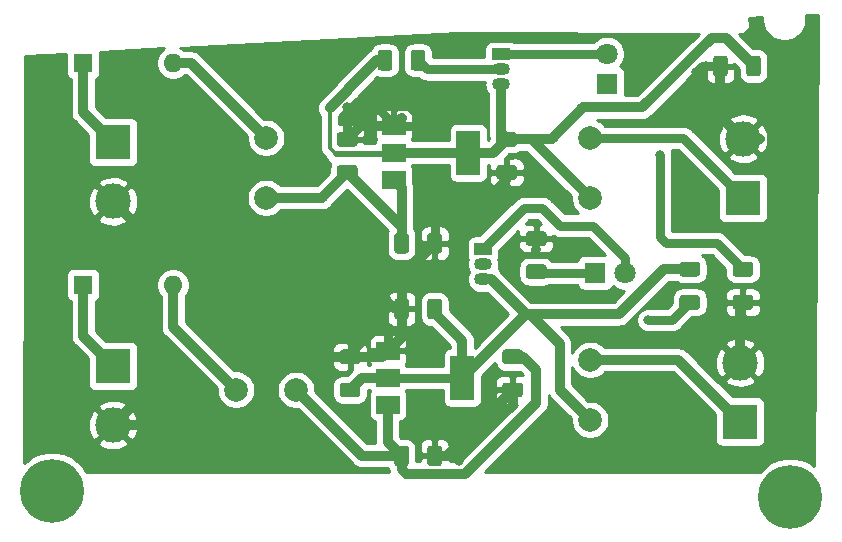
<source format=gbr>
G04 #@! TF.GenerationSoftware,KiCad,Pcbnew,(5.1.6)-1*
G04 #@! TF.CreationDate,2021-06-24T11:46:10+03:00*
G04 #@! TF.ProjectId,power supply,706f7765-7220-4737-9570-706c792e6b69,rev?*
G04 #@! TF.SameCoordinates,Original*
G04 #@! TF.FileFunction,Copper,L1,Top*
G04 #@! TF.FilePolarity,Positive*
%FSLAX46Y46*%
G04 Gerber Fmt 4.6, Leading zero omitted, Abs format (unit mm)*
G04 Created by KiCad (PCBNEW (5.1.6)-1) date 2021-06-24 11:46:10*
%MOMM*%
%LPD*%
G01*
G04 APERTURE LIST*
G04 #@! TA.AperFunction,ComponentPad*
%ADD10C,5.400000*%
G04 #@! TD*
G04 #@! TA.AperFunction,ComponentPad*
%ADD11C,0.800000*%
G04 #@! TD*
G04 #@! TA.AperFunction,ComponentPad*
%ADD12C,2.000000*%
G04 #@! TD*
G04 #@! TA.AperFunction,ComponentPad*
%ADD13R,1.800000X1.800000*%
G04 #@! TD*
G04 #@! TA.AperFunction,ComponentPad*
%ADD14C,1.800000*%
G04 #@! TD*
G04 #@! TA.AperFunction,ComponentPad*
%ADD15C,3.000000*%
G04 #@! TD*
G04 #@! TA.AperFunction,ComponentPad*
%ADD16R,3.000000X3.000000*%
G04 #@! TD*
G04 #@! TA.AperFunction,ComponentPad*
%ADD17O,1.600000X1.600000*%
G04 #@! TD*
G04 #@! TA.AperFunction,ComponentPad*
%ADD18R,1.600000X1.600000*%
G04 #@! TD*
G04 #@! TA.AperFunction,SMDPad,CuDef*
%ADD19R,2.000000X3.800000*%
G04 #@! TD*
G04 #@! TA.AperFunction,SMDPad,CuDef*
%ADD20R,2.000000X1.500000*%
G04 #@! TD*
G04 #@! TA.AperFunction,ComponentPad*
%ADD21R,1.500000X1.050000*%
G04 #@! TD*
G04 #@! TA.AperFunction,ComponentPad*
%ADD22O,1.500000X1.050000*%
G04 #@! TD*
G04 #@! TA.AperFunction,ViaPad*
%ADD23C,0.800000*%
G04 #@! TD*
G04 #@! TA.AperFunction,Conductor*
%ADD24C,0.350000*%
G04 #@! TD*
G04 #@! TA.AperFunction,Conductor*
%ADD25C,0.850000*%
G04 #@! TD*
G04 #@! TA.AperFunction,Conductor*
%ADD26C,0.800000*%
G04 #@! TD*
G04 #@! TA.AperFunction,Conductor*
%ADD27C,0.550000*%
G04 #@! TD*
G04 #@! TA.AperFunction,Conductor*
%ADD28C,0.254000*%
G04 #@! TD*
G04 APERTURE END LIST*
D10*
X148000000Y-146500000D03*
D11*
X150025000Y-146500000D03*
X149431891Y-147931891D03*
X148000000Y-148525000D03*
X146568109Y-147931891D03*
X145975000Y-146500000D03*
X146568109Y-145068109D03*
X148000000Y-144475000D03*
X149431891Y-145068109D03*
X86931891Y-144568109D03*
X85500000Y-143975000D03*
X84068109Y-144568109D03*
X83475000Y-146000000D03*
X84068109Y-147431891D03*
X85500000Y-148025000D03*
X86931891Y-147431891D03*
X87525000Y-146000000D03*
D10*
X85500000Y-146000000D03*
D12*
X131074000Y-116078000D03*
X131064000Y-121158000D03*
G04 #@! TA.AperFunction,SMDPad,CuDef*
G36*
G01*
X127125000Y-125225000D02*
X125875000Y-125225000D01*
G75*
G02*
X125625000Y-124975000I0J250000D01*
G01*
X125625000Y-124225000D01*
G75*
G02*
X125875000Y-123975000I250000J0D01*
G01*
X127125000Y-123975000D01*
G75*
G02*
X127375000Y-124225000I0J-250000D01*
G01*
X127375000Y-124975000D01*
G75*
G02*
X127125000Y-125225000I-250000J0D01*
G01*
G37*
G04 #@! TD.AperFunction*
G04 #@! TA.AperFunction,SMDPad,CuDef*
G36*
G01*
X127125000Y-128025000D02*
X125875000Y-128025000D01*
G75*
G02*
X125625000Y-127775000I0J250000D01*
G01*
X125625000Y-127025000D01*
G75*
G02*
X125875000Y-126775000I250000J0D01*
G01*
X127125000Y-126775000D01*
G75*
G02*
X127375000Y-127025000I0J-250000D01*
G01*
X127375000Y-127775000D01*
G75*
G02*
X127125000Y-128025000I-250000J0D01*
G01*
G37*
G04 #@! TD.AperFunction*
G04 #@! TA.AperFunction,SMDPad,CuDef*
G36*
G01*
X114475000Y-143625000D02*
X114475000Y-142375000D01*
G75*
G02*
X114725000Y-142125000I250000J0D01*
G01*
X115475000Y-142125000D01*
G75*
G02*
X115725000Y-142375000I0J-250000D01*
G01*
X115725000Y-143625000D01*
G75*
G02*
X115475000Y-143875000I-250000J0D01*
G01*
X114725000Y-143875000D01*
G75*
G02*
X114475000Y-143625000I0J250000D01*
G01*
G37*
G04 #@! TD.AperFunction*
G04 #@! TA.AperFunction,SMDPad,CuDef*
G36*
G01*
X117275000Y-143625000D02*
X117275000Y-142375000D01*
G75*
G02*
X117525000Y-142125000I250000J0D01*
G01*
X118275000Y-142125000D01*
G75*
G02*
X118525000Y-142375000I0J-250000D01*
G01*
X118525000Y-143625000D01*
G75*
G02*
X118275000Y-143875000I-250000J0D01*
G01*
X117525000Y-143875000D01*
G75*
G02*
X117275000Y-143625000I0J250000D01*
G01*
G37*
G04 #@! TD.AperFunction*
G04 #@! TA.AperFunction,SMDPad,CuDef*
G36*
G01*
X114475000Y-125625000D02*
X114475000Y-124375000D01*
G75*
G02*
X114725000Y-124125000I250000J0D01*
G01*
X115475000Y-124125000D01*
G75*
G02*
X115725000Y-124375000I0J-250000D01*
G01*
X115725000Y-125625000D01*
G75*
G02*
X115475000Y-125875000I-250000J0D01*
G01*
X114725000Y-125875000D01*
G75*
G02*
X114475000Y-125625000I0J250000D01*
G01*
G37*
G04 #@! TD.AperFunction*
G04 #@! TA.AperFunction,SMDPad,CuDef*
G36*
G01*
X117275000Y-125625000D02*
X117275000Y-124375000D01*
G75*
G02*
X117525000Y-124125000I250000J0D01*
G01*
X118275000Y-124125000D01*
G75*
G02*
X118525000Y-124375000I0J-250000D01*
G01*
X118525000Y-125625000D01*
G75*
G02*
X118275000Y-125875000I-250000J0D01*
G01*
X117525000Y-125875000D01*
G75*
G02*
X117275000Y-125625000I0J250000D01*
G01*
G37*
G04 #@! TD.AperFunction*
G04 #@! TA.AperFunction,SMDPad,CuDef*
G36*
G01*
X123875000Y-136789000D02*
X125125000Y-136789000D01*
G75*
G02*
X125375000Y-137039000I0J-250000D01*
G01*
X125375000Y-137789000D01*
G75*
G02*
X125125000Y-138039000I-250000J0D01*
G01*
X123875000Y-138039000D01*
G75*
G02*
X123625000Y-137789000I0J250000D01*
G01*
X123625000Y-137039000D01*
G75*
G02*
X123875000Y-136789000I250000J0D01*
G01*
G37*
G04 #@! TD.AperFunction*
G04 #@! TA.AperFunction,SMDPad,CuDef*
G36*
G01*
X123875000Y-133989000D02*
X125125000Y-133989000D01*
G75*
G02*
X125375000Y-134239000I0J-250000D01*
G01*
X125375000Y-134989000D01*
G75*
G02*
X125125000Y-135239000I-250000J0D01*
G01*
X123875000Y-135239000D01*
G75*
G02*
X123625000Y-134989000I0J250000D01*
G01*
X123625000Y-134239000D01*
G75*
G02*
X123875000Y-133989000I250000J0D01*
G01*
G37*
G04 #@! TD.AperFunction*
G04 #@! TA.AperFunction,SMDPad,CuDef*
G36*
G01*
X111125000Y-116825000D02*
X109875000Y-116825000D01*
G75*
G02*
X109625000Y-116575000I0J250000D01*
G01*
X109625000Y-115825000D01*
G75*
G02*
X109875000Y-115575000I250000J0D01*
G01*
X111125000Y-115575000D01*
G75*
G02*
X111375000Y-115825000I0J-250000D01*
G01*
X111375000Y-116575000D01*
G75*
G02*
X111125000Y-116825000I-250000J0D01*
G01*
G37*
G04 #@! TD.AperFunction*
G04 #@! TA.AperFunction,SMDPad,CuDef*
G36*
G01*
X111125000Y-119625000D02*
X109875000Y-119625000D01*
G75*
G02*
X109625000Y-119375000I0J250000D01*
G01*
X109625000Y-118625000D01*
G75*
G02*
X109875000Y-118375000I250000J0D01*
G01*
X111125000Y-118375000D01*
G75*
G02*
X111375000Y-118625000I0J-250000D01*
G01*
X111375000Y-119375000D01*
G75*
G02*
X111125000Y-119625000I-250000J0D01*
G01*
G37*
G04 #@! TD.AperFunction*
G04 #@! TA.AperFunction,SMDPad,CuDef*
G36*
G01*
X117275000Y-131181000D02*
X117275000Y-129931000D01*
G75*
G02*
X117525000Y-129681000I250000J0D01*
G01*
X118275000Y-129681000D01*
G75*
G02*
X118525000Y-129931000I0J-250000D01*
G01*
X118525000Y-131181000D01*
G75*
G02*
X118275000Y-131431000I-250000J0D01*
G01*
X117525000Y-131431000D01*
G75*
G02*
X117275000Y-131181000I0J250000D01*
G01*
G37*
G04 #@! TD.AperFunction*
G04 #@! TA.AperFunction,SMDPad,CuDef*
G36*
G01*
X114475000Y-131181000D02*
X114475000Y-129931000D01*
G75*
G02*
X114725000Y-129681000I250000J0D01*
G01*
X115475000Y-129681000D01*
G75*
G02*
X115725000Y-129931000I0J-250000D01*
G01*
X115725000Y-131181000D01*
G75*
G02*
X115475000Y-131431000I-250000J0D01*
G01*
X114725000Y-131431000D01*
G75*
G02*
X114475000Y-131181000I0J250000D01*
G01*
G37*
G04 #@! TD.AperFunction*
G04 #@! TA.AperFunction,SMDPad,CuDef*
G36*
G01*
X124625000Y-116825000D02*
X123375000Y-116825000D01*
G75*
G02*
X123125000Y-116575000I0J250000D01*
G01*
X123125000Y-115825000D01*
G75*
G02*
X123375000Y-115575000I250000J0D01*
G01*
X124625000Y-115575000D01*
G75*
G02*
X124875000Y-115825000I0J-250000D01*
G01*
X124875000Y-116575000D01*
G75*
G02*
X124625000Y-116825000I-250000J0D01*
G01*
G37*
G04 #@! TD.AperFunction*
G04 #@! TA.AperFunction,SMDPad,CuDef*
G36*
G01*
X124625000Y-119625000D02*
X123375000Y-119625000D01*
G75*
G02*
X123125000Y-119375000I0J250000D01*
G01*
X123125000Y-118625000D01*
G75*
G02*
X123375000Y-118375000I250000J0D01*
G01*
X124625000Y-118375000D01*
G75*
G02*
X124875000Y-118625000I0J-250000D01*
G01*
X124875000Y-119375000D01*
G75*
G02*
X124625000Y-119625000I-250000J0D01*
G01*
G37*
G04 #@! TD.AperFunction*
G04 #@! TA.AperFunction,SMDPad,CuDef*
G36*
G01*
X110119000Y-133989000D02*
X111369000Y-133989000D01*
G75*
G02*
X111619000Y-134239000I0J-250000D01*
G01*
X111619000Y-134989000D01*
G75*
G02*
X111369000Y-135239000I-250000J0D01*
G01*
X110119000Y-135239000D01*
G75*
G02*
X109869000Y-134989000I0J250000D01*
G01*
X109869000Y-134239000D01*
G75*
G02*
X110119000Y-133989000I250000J0D01*
G01*
G37*
G04 #@! TD.AperFunction*
G04 #@! TA.AperFunction,SMDPad,CuDef*
G36*
G01*
X110119000Y-136789000D02*
X111369000Y-136789000D01*
G75*
G02*
X111619000Y-137039000I0J-250000D01*
G01*
X111619000Y-137789000D01*
G75*
G02*
X111369000Y-138039000I-250000J0D01*
G01*
X110119000Y-138039000D01*
G75*
G02*
X109869000Y-137789000I0J250000D01*
G01*
X109869000Y-137039000D01*
G75*
G02*
X110119000Y-136789000I250000J0D01*
G01*
G37*
G04 #@! TD.AperFunction*
G04 #@! TA.AperFunction,SMDPad,CuDef*
G36*
G01*
X141475000Y-110625000D02*
X141475000Y-109375000D01*
G75*
G02*
X141725000Y-109125000I250000J0D01*
G01*
X142475000Y-109125000D01*
G75*
G02*
X142725000Y-109375000I0J-250000D01*
G01*
X142725000Y-110625000D01*
G75*
G02*
X142475000Y-110875000I-250000J0D01*
G01*
X141725000Y-110875000D01*
G75*
G02*
X141475000Y-110625000I0J250000D01*
G01*
G37*
G04 #@! TD.AperFunction*
G04 #@! TA.AperFunction,SMDPad,CuDef*
G36*
G01*
X144275000Y-110625000D02*
X144275000Y-109375000D01*
G75*
G02*
X144525000Y-109125000I250000J0D01*
G01*
X145275000Y-109125000D01*
G75*
G02*
X145525000Y-109375000I0J-250000D01*
G01*
X145525000Y-110625000D01*
G75*
G02*
X145275000Y-110875000I-250000J0D01*
G01*
X144525000Y-110875000D01*
G75*
G02*
X144275000Y-110625000I0J250000D01*
G01*
G37*
G04 #@! TD.AperFunction*
D13*
X131500000Y-127500000D03*
D14*
X134040000Y-127500000D03*
D12*
X106162000Y-137414000D03*
X101082000Y-137404000D03*
X103632000Y-116078000D03*
X103622000Y-121158000D03*
X131064000Y-139954000D03*
X131074000Y-134874000D03*
D15*
X90678000Y-121443000D03*
D16*
X90678000Y-116443000D03*
X90678000Y-135382000D03*
D15*
X90678000Y-140382000D03*
X143764000Y-135097000D03*
D16*
X143764000Y-140097000D03*
X144018000Y-121158000D03*
D15*
X144018000Y-116158000D03*
D17*
X95758000Y-128524000D03*
D18*
X88138000Y-128524000D03*
X88138000Y-109728000D03*
D17*
X95758000Y-109728000D03*
D19*
X120244000Y-136398000D03*
D20*
X113944000Y-136398000D03*
X113944000Y-138698000D03*
X113944000Y-134098000D03*
X114452000Y-115048000D03*
X114452000Y-119648000D03*
X114452000Y-117348000D03*
D19*
X120752000Y-117348000D03*
D13*
X132500000Y-111500000D03*
D14*
X132500000Y-108960000D03*
D21*
X122000000Y-125500000D03*
D22*
X122000000Y-128040000D03*
X122000000Y-126770000D03*
X123500000Y-110270000D03*
X123500000Y-111540000D03*
D21*
X123500000Y-109000000D03*
G04 #@! TA.AperFunction,SMDPad,CuDef*
G36*
G01*
X140125000Y-130625000D02*
X138875000Y-130625000D01*
G75*
G02*
X138625000Y-130375000I0J250000D01*
G01*
X138625000Y-129625000D01*
G75*
G02*
X138875000Y-129375000I250000J0D01*
G01*
X140125000Y-129375000D01*
G75*
G02*
X140375000Y-129625000I0J-250000D01*
G01*
X140375000Y-130375000D01*
G75*
G02*
X140125000Y-130625000I-250000J0D01*
G01*
G37*
G04 #@! TD.AperFunction*
G04 #@! TA.AperFunction,SMDPad,CuDef*
G36*
G01*
X140125000Y-127825000D02*
X138875000Y-127825000D01*
G75*
G02*
X138625000Y-127575000I0J250000D01*
G01*
X138625000Y-126825000D01*
G75*
G02*
X138875000Y-126575000I250000J0D01*
G01*
X140125000Y-126575000D01*
G75*
G02*
X140375000Y-126825000I0J-250000D01*
G01*
X140375000Y-127575000D01*
G75*
G02*
X140125000Y-127825000I-250000J0D01*
G01*
G37*
G04 #@! TD.AperFunction*
G04 #@! TA.AperFunction,SMDPad,CuDef*
G36*
G01*
X117125000Y-108875000D02*
X117125000Y-110125000D01*
G75*
G02*
X116875000Y-110375000I-250000J0D01*
G01*
X116125000Y-110375000D01*
G75*
G02*
X115875000Y-110125000I0J250000D01*
G01*
X115875000Y-108875000D01*
G75*
G02*
X116125000Y-108625000I250000J0D01*
G01*
X116875000Y-108625000D01*
G75*
G02*
X117125000Y-108875000I0J-250000D01*
G01*
G37*
G04 #@! TD.AperFunction*
G04 #@! TA.AperFunction,SMDPad,CuDef*
G36*
G01*
X114325000Y-108875000D02*
X114325000Y-110125000D01*
G75*
G02*
X114075000Y-110375000I-250000J0D01*
G01*
X113325000Y-110375000D01*
G75*
G02*
X113075000Y-110125000I0J250000D01*
G01*
X113075000Y-108875000D01*
G75*
G02*
X113325000Y-108625000I250000J0D01*
G01*
X114075000Y-108625000D01*
G75*
G02*
X114325000Y-108875000I0J-250000D01*
G01*
G37*
G04 #@! TD.AperFunction*
G04 #@! TA.AperFunction,SMDPad,CuDef*
G36*
G01*
X143375000Y-129375000D02*
X144625000Y-129375000D01*
G75*
G02*
X144875000Y-129625000I0J-250000D01*
G01*
X144875000Y-130375000D01*
G75*
G02*
X144625000Y-130625000I-250000J0D01*
G01*
X143375000Y-130625000D01*
G75*
G02*
X143125000Y-130375000I0J250000D01*
G01*
X143125000Y-129625000D01*
G75*
G02*
X143375000Y-129375000I250000J0D01*
G01*
G37*
G04 #@! TD.AperFunction*
G04 #@! TA.AperFunction,SMDPad,CuDef*
G36*
G01*
X143375000Y-126575000D02*
X144625000Y-126575000D01*
G75*
G02*
X144875000Y-126825000I0J-250000D01*
G01*
X144875000Y-127575000D01*
G75*
G02*
X144625000Y-127825000I-250000J0D01*
G01*
X143375000Y-127825000D01*
G75*
G02*
X143125000Y-127575000I0J250000D01*
G01*
X143125000Y-126825000D01*
G75*
G02*
X143375000Y-126575000I250000J0D01*
G01*
G37*
G04 #@! TD.AperFunction*
D23*
X110000000Y-130000000D03*
X120500000Y-113000000D03*
X110500000Y-113500000D03*
X113000000Y-113500000D03*
X117900000Y-122600000D03*
X126500000Y-125500000D03*
X122500000Y-121000000D03*
X140000000Y-110500000D03*
X113500000Y-129500000D03*
X124500000Y-138500000D03*
X120000000Y-143475010D03*
X112000000Y-133000000D03*
X98500000Y-143500000D03*
X137000000Y-117500000D03*
X136000000Y-131500000D03*
D24*
X85500000Y-146000000D02*
X87000000Y-144500000D01*
D25*
X113944000Y-141844000D02*
X115100000Y-143000000D01*
X113944000Y-138698000D02*
X113944000Y-141844000D01*
X111748000Y-143000000D02*
X115100000Y-143000000D01*
X106162000Y-137414000D02*
X111748000Y-143000000D01*
X125375000Y-134614000D02*
X124500000Y-134614000D01*
X126500000Y-135739000D02*
X125375000Y-134614000D01*
X115100000Y-144100000D02*
X115500010Y-144500010D01*
X126500000Y-138513978D02*
X126500000Y-135739000D01*
X115100000Y-143000000D02*
X115100000Y-144100000D01*
X115500010Y-144500010D02*
X120513968Y-144500010D01*
X120513968Y-144500010D02*
X126500000Y-138513978D01*
X115100000Y-114400000D02*
X114452000Y-115048000D01*
X142100000Y-114240000D02*
X144018000Y-116158000D01*
X142100000Y-110000000D02*
X142100000Y-114240000D01*
X113428000Y-134614000D02*
X113944000Y-134098000D01*
X110744000Y-134614000D02*
X113428000Y-134614000D01*
X115100000Y-132942000D02*
X113944000Y-134098000D01*
X115100000Y-130556000D02*
X115100000Y-132942000D01*
X115100000Y-127800000D02*
X117900000Y-125000000D01*
X115100000Y-130556000D02*
X115100000Y-127800000D01*
X118914000Y-143000000D02*
X124500000Y-137414000D01*
X117900000Y-143000000D02*
X118914000Y-143000000D01*
X90678000Y-140382000D02*
X93500000Y-137560000D01*
X93500000Y-124265000D02*
X90678000Y-121443000D01*
X93500000Y-137560000D02*
X93500000Y-124265000D01*
X104386000Y-134614000D02*
X110744000Y-134614000D01*
X103500000Y-135500000D02*
X104386000Y-134614000D01*
X103500000Y-138764000D02*
X103500000Y-135500000D01*
X90678000Y-140382000D02*
X101882000Y-140382000D01*
X101882000Y-140382000D02*
X103500000Y-138764000D01*
X111652000Y-115048000D02*
X114452000Y-115048000D01*
X110500000Y-116200000D02*
X111652000Y-115048000D01*
D26*
X113944000Y-134098000D02*
X113098000Y-134098000D01*
X113944000Y-134098000D02*
X113944000Y-132444000D01*
X113944000Y-132444000D02*
X111500000Y-130000000D01*
X111500000Y-130000000D02*
X110000000Y-130000000D01*
X114452000Y-115048000D02*
X117952000Y-115048000D01*
X117952000Y-115048000D02*
X120000000Y-113000000D01*
X120000000Y-113000000D02*
X120500000Y-113000000D01*
X110500000Y-116200000D02*
X110500000Y-113500000D01*
X114452000Y-115048000D02*
X114452000Y-114952000D01*
X114452000Y-114952000D02*
X113000000Y-113500000D01*
X117900000Y-125000000D02*
X117900000Y-122600000D01*
X126400000Y-125600000D02*
X126500000Y-125500000D01*
X124000000Y-119000000D02*
X124000000Y-119500000D01*
X124000000Y-119500000D02*
X122500000Y-121000000D01*
X142100000Y-110000000D02*
X140500000Y-110000000D01*
X140500000Y-110000000D02*
X140000000Y-110500000D01*
X115100000Y-130556000D02*
X114556000Y-130556000D01*
X114556000Y-130556000D02*
X113500000Y-129500000D01*
X124500000Y-137414000D02*
X124500000Y-138500000D01*
X110744000Y-134614000D02*
X110744000Y-134256000D01*
X110744000Y-134256000D02*
X112000000Y-133000000D01*
D25*
X145444002Y-116158000D02*
X144018000Y-116158000D01*
X143764000Y-130236000D02*
X143764000Y-135097000D01*
X144000000Y-130000000D02*
X143764000Y-130236000D01*
D24*
X90678000Y-140382000D02*
X95382000Y-140382000D01*
X95382000Y-140382000D02*
X98500000Y-143500000D01*
D25*
X108342000Y-121158000D02*
X110500000Y-119000000D01*
X103622000Y-121158000D02*
X108342000Y-121158000D01*
X115100000Y-123600000D02*
X110500000Y-119000000D01*
X115100000Y-125000000D02*
X115100000Y-123600000D01*
X115100000Y-120296000D02*
X114452000Y-119648000D01*
X115100000Y-125000000D02*
X115100000Y-120296000D01*
X111760000Y-136398000D02*
X113944000Y-136398000D01*
X110744000Y-137414000D02*
X111760000Y-136398000D01*
X120244000Y-133244000D02*
X120244000Y-136398000D01*
X117900000Y-130556000D02*
X117900000Y-130900000D01*
X117900000Y-130900000D02*
X120244000Y-133244000D01*
X120244000Y-136398000D02*
X125642000Y-131000000D01*
X125642000Y-131000000D02*
X126000000Y-131000000D01*
X128500000Y-133500000D02*
X126000000Y-131000000D01*
X128500000Y-137390000D02*
X128500000Y-133500000D01*
X131064000Y-139954000D02*
X128500000Y-137390000D01*
D26*
X113944000Y-136398000D02*
X120244000Y-136398000D01*
D25*
X137300000Y-127200000D02*
X139500000Y-127200000D01*
X126000000Y-131000000D02*
X133500000Y-131000000D01*
X133500000Y-131000000D02*
X137300000Y-127200000D01*
X122682000Y-128040000D02*
X125642000Y-131000000D01*
X122000000Y-128040000D02*
X122682000Y-128040000D01*
X122852000Y-117348000D02*
X124000000Y-116200000D01*
X120752000Y-117348000D02*
X122852000Y-117348000D01*
X114452000Y-117348000D02*
X120752000Y-117348000D01*
X124000000Y-116200000D02*
X125800000Y-116200000D01*
X126106000Y-116200000D02*
X125800000Y-116200000D01*
X131064000Y-121158000D02*
X126106000Y-116200000D01*
X142550010Y-107650010D02*
X144900000Y-110000000D01*
X127800000Y-116200000D02*
X130500000Y-113500000D01*
X125800000Y-116200000D02*
X127800000Y-116200000D01*
X135500000Y-113500000D02*
X141349990Y-107650010D01*
X130500000Y-113500000D02*
X135500000Y-113500000D01*
X141349990Y-107650010D02*
X142550010Y-107650010D01*
X123500000Y-115700000D02*
X124000000Y-116200000D01*
X123500000Y-111540000D02*
X123500000Y-115700000D01*
D24*
X108999990Y-116937444D02*
X108999990Y-113550427D01*
X109512556Y-117450010D02*
X108999990Y-116937444D01*
D27*
X113774988Y-117450010D02*
X109512556Y-117450010D01*
D25*
X113876998Y-117348000D02*
X113774988Y-117450010D01*
X114452000Y-117348000D02*
X113876998Y-117348000D01*
X110550417Y-111949583D02*
X110550417Y-112000000D01*
X113700000Y-109500000D02*
X113000000Y-109500000D01*
X110550417Y-112000000D02*
X108999990Y-113550427D01*
X113000000Y-109500000D02*
X110550417Y-111949583D01*
D26*
X126600000Y-127500000D02*
X126500000Y-127400000D01*
X131500000Y-127500000D02*
X126600000Y-127500000D01*
X144000000Y-127200000D02*
X141800000Y-125000000D01*
X141800000Y-125000000D02*
X137500000Y-125000000D01*
X137500000Y-125000000D02*
X137000000Y-124500000D01*
X137000000Y-124500000D02*
X137000000Y-117500000D01*
D25*
X95758000Y-132080000D02*
X101082000Y-137404000D01*
X95758000Y-128524000D02*
X95758000Y-132080000D01*
X97282000Y-109728000D02*
X103632000Y-116078000D01*
X95758000Y-109728000D02*
X97282000Y-109728000D01*
X138541000Y-134874000D02*
X143764000Y-140097000D01*
X131074000Y-134874000D02*
X138541000Y-134874000D01*
D26*
X138938000Y-116078000D02*
X144018000Y-121158000D01*
X131074000Y-116078000D02*
X138938000Y-116078000D01*
D25*
X88138000Y-113903000D02*
X90678000Y-116443000D01*
X88138000Y-109728000D02*
X88138000Y-113903000D01*
X88138000Y-132842000D02*
X90678000Y-135382000D01*
X88138000Y-128524000D02*
X88138000Y-132842000D01*
D26*
X134040000Y-126227208D02*
X134040000Y-127500000D01*
X122000000Y-125500000D02*
X125500000Y-122000000D01*
X125500000Y-122000000D02*
X127000000Y-122000000D01*
X131312792Y-123500000D02*
X134040000Y-126227208D01*
X127000000Y-122000000D02*
X128500000Y-123500000D01*
X128500000Y-123500000D02*
X131312792Y-123500000D01*
X132460000Y-109000000D02*
X132500000Y-108960000D01*
X123500000Y-109000000D02*
X132460000Y-109000000D01*
X138000000Y-131500000D02*
X139500000Y-130000000D01*
X136000000Y-131500000D02*
X138000000Y-131500000D01*
X117270000Y-110270000D02*
X116500000Y-109500000D01*
X123500000Y-110270000D02*
X117270000Y-110270000D01*
D28*
G36*
X150373000Y-106786773D02*
G01*
X150364288Y-106821607D01*
X150350554Y-106865669D01*
X150340266Y-106962557D01*
X150059287Y-143865000D01*
X149579715Y-143544561D01*
X148972784Y-143293162D01*
X148328469Y-143165000D01*
X147671531Y-143165000D01*
X147027216Y-143293162D01*
X146420285Y-143544561D01*
X145874061Y-143909536D01*
X145410597Y-144373000D01*
X122140043Y-144373000D01*
X127212717Y-139300327D01*
X127253159Y-139267137D01*
X127385622Y-139105731D01*
X127484050Y-138921585D01*
X127494389Y-138887502D01*
X127544662Y-138721775D01*
X127549367Y-138674000D01*
X127560000Y-138566044D01*
X127560000Y-138566036D01*
X127565127Y-138513978D01*
X127560000Y-138461920D01*
X127560000Y-137880018D01*
X127614378Y-137981753D01*
X127746841Y-138143159D01*
X127787289Y-138176354D01*
X129429000Y-139818066D01*
X129429000Y-140115033D01*
X129491832Y-140430912D01*
X129615082Y-140728463D01*
X129794013Y-140996252D01*
X130021748Y-141223987D01*
X130289537Y-141402918D01*
X130587088Y-141526168D01*
X130902967Y-141589000D01*
X131225033Y-141589000D01*
X131540912Y-141526168D01*
X131838463Y-141402918D01*
X132106252Y-141223987D01*
X132333987Y-140996252D01*
X132512918Y-140728463D01*
X132636168Y-140430912D01*
X132699000Y-140115033D01*
X132699000Y-139792967D01*
X132636168Y-139477088D01*
X132512918Y-139179537D01*
X132333987Y-138911748D01*
X132106252Y-138684013D01*
X131838463Y-138505082D01*
X131540912Y-138381832D01*
X131225033Y-138319000D01*
X130928066Y-138319000D01*
X129560000Y-136950935D01*
X129560000Y-135491342D01*
X129625082Y-135648463D01*
X129804013Y-135916252D01*
X130031748Y-136143987D01*
X130299537Y-136322918D01*
X130597088Y-136446168D01*
X130912967Y-136509000D01*
X131235033Y-136509000D01*
X131550912Y-136446168D01*
X131848463Y-136322918D01*
X132116252Y-136143987D01*
X132326239Y-135934000D01*
X138101935Y-135934000D01*
X141625928Y-139457994D01*
X141625928Y-141597000D01*
X141638188Y-141721482D01*
X141674498Y-141841180D01*
X141733463Y-141951494D01*
X141812815Y-142048185D01*
X141909506Y-142127537D01*
X142019820Y-142186502D01*
X142139518Y-142222812D01*
X142264000Y-142235072D01*
X145264000Y-142235072D01*
X145388482Y-142222812D01*
X145508180Y-142186502D01*
X145618494Y-142127537D01*
X145715185Y-142048185D01*
X145794537Y-141951494D01*
X145853502Y-141841180D01*
X145889812Y-141721482D01*
X145902072Y-141597000D01*
X145902072Y-138597000D01*
X145889812Y-138472518D01*
X145853502Y-138352820D01*
X145794537Y-138242506D01*
X145715185Y-138145815D01*
X145618494Y-138066463D01*
X145508180Y-138007498D01*
X145388482Y-137971188D01*
X145264000Y-137958928D01*
X143124994Y-137958928D01*
X141754719Y-136588653D01*
X142451952Y-136588653D01*
X142607962Y-136904214D01*
X142982745Y-137095020D01*
X143387551Y-137209044D01*
X143806824Y-137241902D01*
X144224451Y-137192334D01*
X144624383Y-137062243D01*
X144920038Y-136904214D01*
X145076048Y-136588653D01*
X143764000Y-135276605D01*
X142451952Y-136588653D01*
X141754719Y-136588653D01*
X140305890Y-135139824D01*
X141619098Y-135139824D01*
X141668666Y-135557451D01*
X141798757Y-135957383D01*
X141956786Y-136253038D01*
X142272347Y-136409048D01*
X143584395Y-135097000D01*
X143943605Y-135097000D01*
X145255653Y-136409048D01*
X145571214Y-136253038D01*
X145762020Y-135878255D01*
X145876044Y-135473449D01*
X145908902Y-135054176D01*
X145859334Y-134636549D01*
X145729243Y-134236617D01*
X145571214Y-133940962D01*
X145255653Y-133784952D01*
X143943605Y-135097000D01*
X143584395Y-135097000D01*
X142272347Y-133784952D01*
X141956786Y-133940962D01*
X141765980Y-134315745D01*
X141651956Y-134720551D01*
X141619098Y-135139824D01*
X140305890Y-135139824D01*
X139327354Y-134161289D01*
X139294159Y-134120841D01*
X139132753Y-133988378D01*
X138948607Y-133889950D01*
X138748796Y-133829338D01*
X138593066Y-133814000D01*
X138593056Y-133814000D01*
X138541000Y-133808873D01*
X138488944Y-133814000D01*
X132326239Y-133814000D01*
X132117586Y-133605347D01*
X142451952Y-133605347D01*
X143764000Y-134917395D01*
X145076048Y-133605347D01*
X144920038Y-133289786D01*
X144545255Y-133098980D01*
X144140449Y-132984956D01*
X143721176Y-132952098D01*
X143303549Y-133001666D01*
X142903617Y-133131757D01*
X142607962Y-133289786D01*
X142451952Y-133605347D01*
X132117586Y-133605347D01*
X132116252Y-133604013D01*
X131848463Y-133425082D01*
X131550912Y-133301832D01*
X131235033Y-133239000D01*
X130912967Y-133239000D01*
X130597088Y-133301832D01*
X130299537Y-133425082D01*
X130031748Y-133604013D01*
X129804013Y-133831748D01*
X129625082Y-134099537D01*
X129560000Y-134256658D01*
X129560000Y-133552056D01*
X129565127Y-133500000D01*
X129560000Y-133447944D01*
X129560000Y-133447934D01*
X129544662Y-133292204D01*
X129484050Y-133092393D01*
X129385622Y-132908247D01*
X129253159Y-132746841D01*
X129212717Y-132713651D01*
X128559066Y-132060000D01*
X133447944Y-132060000D01*
X133500000Y-132065127D01*
X133552056Y-132060000D01*
X133552066Y-132060000D01*
X133707796Y-132044662D01*
X133907607Y-131984050D01*
X134091753Y-131885622D01*
X134253159Y-131753159D01*
X134286354Y-131712711D01*
X134499065Y-131500000D01*
X134959993Y-131500000D01*
X134965000Y-131550838D01*
X134965000Y-131601939D01*
X134974969Y-131652057D01*
X134979976Y-131702895D01*
X134994804Y-131751777D01*
X135004774Y-131801898D01*
X135024331Y-131849113D01*
X135039159Y-131897993D01*
X135063238Y-131943042D01*
X135082795Y-131990256D01*
X135111186Y-132032746D01*
X135135266Y-132077797D01*
X135167672Y-132117284D01*
X135196063Y-132159774D01*
X135232197Y-132195908D01*
X135264604Y-132235396D01*
X135304092Y-132267803D01*
X135340226Y-132303937D01*
X135382716Y-132332328D01*
X135422203Y-132364734D01*
X135467254Y-132388814D01*
X135509744Y-132417205D01*
X135556958Y-132436762D01*
X135602007Y-132460841D01*
X135650887Y-132475669D01*
X135698102Y-132495226D01*
X135748223Y-132505196D01*
X135797105Y-132520024D01*
X135847943Y-132525031D01*
X135898061Y-132535000D01*
X137949172Y-132535000D01*
X138000000Y-132540006D01*
X138050828Y-132535000D01*
X138050838Y-132535000D01*
X138202895Y-132520024D01*
X138397993Y-132460841D01*
X138577797Y-132364734D01*
X138735396Y-132235396D01*
X138767807Y-132195903D01*
X139700639Y-131263072D01*
X140125000Y-131263072D01*
X140298254Y-131246008D01*
X140464850Y-131195472D01*
X140618386Y-131113405D01*
X140752962Y-131002962D01*
X140863405Y-130868386D01*
X140945472Y-130714850D01*
X140972727Y-130625000D01*
X142486928Y-130625000D01*
X142499188Y-130749482D01*
X142535498Y-130869180D01*
X142594463Y-130979494D01*
X142673815Y-131076185D01*
X142770506Y-131155537D01*
X142880820Y-131214502D01*
X143000518Y-131250812D01*
X143125000Y-131263072D01*
X143714250Y-131260000D01*
X143873000Y-131101250D01*
X143873000Y-130127000D01*
X144127000Y-130127000D01*
X144127000Y-131101250D01*
X144285750Y-131260000D01*
X144875000Y-131263072D01*
X144999482Y-131250812D01*
X145119180Y-131214502D01*
X145229494Y-131155537D01*
X145326185Y-131076185D01*
X145405537Y-130979494D01*
X145464502Y-130869180D01*
X145500812Y-130749482D01*
X145513072Y-130625000D01*
X145510000Y-130285750D01*
X145351250Y-130127000D01*
X144127000Y-130127000D01*
X143873000Y-130127000D01*
X142648750Y-130127000D01*
X142490000Y-130285750D01*
X142486928Y-130625000D01*
X140972727Y-130625000D01*
X140996008Y-130548254D01*
X141013072Y-130375000D01*
X141013072Y-129625000D01*
X140996008Y-129451746D01*
X140972728Y-129375000D01*
X142486928Y-129375000D01*
X142490000Y-129714250D01*
X142648750Y-129873000D01*
X143873000Y-129873000D01*
X143873000Y-128898750D01*
X144127000Y-128898750D01*
X144127000Y-129873000D01*
X145351250Y-129873000D01*
X145510000Y-129714250D01*
X145513072Y-129375000D01*
X145500812Y-129250518D01*
X145464502Y-129130820D01*
X145405537Y-129020506D01*
X145326185Y-128923815D01*
X145229494Y-128844463D01*
X145119180Y-128785498D01*
X144999482Y-128749188D01*
X144875000Y-128736928D01*
X144285750Y-128740000D01*
X144127000Y-128898750D01*
X143873000Y-128898750D01*
X143714250Y-128740000D01*
X143125000Y-128736928D01*
X143000518Y-128749188D01*
X142880820Y-128785498D01*
X142770506Y-128844463D01*
X142673815Y-128923815D01*
X142594463Y-129020506D01*
X142535498Y-129130820D01*
X142499188Y-129250518D01*
X142486928Y-129375000D01*
X140972728Y-129375000D01*
X140945472Y-129285150D01*
X140863405Y-129131614D01*
X140752962Y-128997038D01*
X140618386Y-128886595D01*
X140464850Y-128804528D01*
X140298254Y-128753992D01*
X140125000Y-128736928D01*
X138875000Y-128736928D01*
X138701746Y-128753992D01*
X138535150Y-128804528D01*
X138381614Y-128886595D01*
X138247038Y-128997038D01*
X138136595Y-129131614D01*
X138054528Y-129285150D01*
X138003992Y-129451746D01*
X137986928Y-129625000D01*
X137986928Y-130049362D01*
X137571290Y-130465000D01*
X135898061Y-130465000D01*
X135847943Y-130474969D01*
X135797105Y-130479976D01*
X135748223Y-130494804D01*
X135698102Y-130504774D01*
X135650887Y-130524331D01*
X135602007Y-130539159D01*
X135556958Y-130563238D01*
X135509744Y-130582795D01*
X135467254Y-130611186D01*
X135422203Y-130635266D01*
X135382716Y-130667672D01*
X135340226Y-130696063D01*
X135304092Y-130732197D01*
X135264604Y-130764604D01*
X135232197Y-130804092D01*
X135196063Y-130840226D01*
X135167672Y-130882716D01*
X135135266Y-130922203D01*
X135111186Y-130967254D01*
X135082795Y-131009744D01*
X135063238Y-131056958D01*
X135039159Y-131102007D01*
X135024331Y-131150887D01*
X135004774Y-131198102D01*
X134994804Y-131248223D01*
X134979976Y-131297105D01*
X134974969Y-131347943D01*
X134965000Y-131398061D01*
X134965000Y-131449162D01*
X134959993Y-131500000D01*
X134499065Y-131500000D01*
X137739066Y-128260000D01*
X138316539Y-128260000D01*
X138381614Y-128313405D01*
X138535150Y-128395472D01*
X138701746Y-128446008D01*
X138875000Y-128463072D01*
X140125000Y-128463072D01*
X140298254Y-128446008D01*
X140464850Y-128395472D01*
X140618386Y-128313405D01*
X140752962Y-128202962D01*
X140863405Y-128068386D01*
X140945472Y-127914850D01*
X140996008Y-127748254D01*
X141013072Y-127575000D01*
X141013072Y-126825000D01*
X140996008Y-126651746D01*
X140945472Y-126485150D01*
X140863405Y-126331614D01*
X140752962Y-126197038D01*
X140618386Y-126086595D01*
X140521859Y-126035000D01*
X141371290Y-126035000D01*
X142486928Y-127150639D01*
X142486928Y-127575000D01*
X142503992Y-127748254D01*
X142554528Y-127914850D01*
X142636595Y-128068386D01*
X142747038Y-128202962D01*
X142881614Y-128313405D01*
X143035150Y-128395472D01*
X143201746Y-128446008D01*
X143375000Y-128463072D01*
X144625000Y-128463072D01*
X144798254Y-128446008D01*
X144964850Y-128395472D01*
X145118386Y-128313405D01*
X145252962Y-128202962D01*
X145363405Y-128068386D01*
X145445472Y-127914850D01*
X145496008Y-127748254D01*
X145513072Y-127575000D01*
X145513072Y-126825000D01*
X145496008Y-126651746D01*
X145445472Y-126485150D01*
X145363405Y-126331614D01*
X145252962Y-126197038D01*
X145118386Y-126086595D01*
X144964850Y-126004528D01*
X144798254Y-125953992D01*
X144625000Y-125936928D01*
X144200639Y-125936928D01*
X142567807Y-124304097D01*
X142535396Y-124264604D01*
X142377797Y-124135266D01*
X142197993Y-124039159D01*
X142002895Y-123979976D01*
X141850838Y-123965000D01*
X141850828Y-123965000D01*
X141800000Y-123959994D01*
X141749172Y-123965000D01*
X138035000Y-123965000D01*
X138035000Y-117398061D01*
X138025031Y-117347943D01*
X138020024Y-117297105D01*
X138005196Y-117248223D01*
X137995226Y-117198102D01*
X137975669Y-117150887D01*
X137964176Y-117113000D01*
X138509290Y-117113000D01*
X141879928Y-120483639D01*
X141879928Y-122658000D01*
X141892188Y-122782482D01*
X141928498Y-122902180D01*
X141987463Y-123012494D01*
X142066815Y-123109185D01*
X142163506Y-123188537D01*
X142273820Y-123247502D01*
X142393518Y-123283812D01*
X142518000Y-123296072D01*
X145518000Y-123296072D01*
X145642482Y-123283812D01*
X145762180Y-123247502D01*
X145872494Y-123188537D01*
X145969185Y-123109185D01*
X146048537Y-123012494D01*
X146107502Y-122902180D01*
X146143812Y-122782482D01*
X146156072Y-122658000D01*
X146156072Y-119658000D01*
X146143812Y-119533518D01*
X146107502Y-119413820D01*
X146048537Y-119303506D01*
X145969185Y-119206815D01*
X145872494Y-119127463D01*
X145762180Y-119068498D01*
X145642482Y-119032188D01*
X145518000Y-119019928D01*
X143343639Y-119019928D01*
X141973364Y-117649653D01*
X142705952Y-117649653D01*
X142861962Y-117965214D01*
X143236745Y-118156020D01*
X143641551Y-118270044D01*
X144060824Y-118302902D01*
X144478451Y-118253334D01*
X144878383Y-118123243D01*
X145174038Y-117965214D01*
X145330048Y-117649653D01*
X144018000Y-116337605D01*
X142705952Y-117649653D01*
X141973364Y-117649653D01*
X140524535Y-116200824D01*
X141873098Y-116200824D01*
X141922666Y-116618451D01*
X142052757Y-117018383D01*
X142210786Y-117314038D01*
X142526347Y-117470048D01*
X143838395Y-116158000D01*
X144197605Y-116158000D01*
X145509653Y-117470048D01*
X145825214Y-117314038D01*
X146016020Y-116939255D01*
X146130044Y-116534449D01*
X146162902Y-116115176D01*
X146113334Y-115697549D01*
X145983243Y-115297617D01*
X145825214Y-115001962D01*
X145509653Y-114845952D01*
X144197605Y-116158000D01*
X143838395Y-116158000D01*
X142526347Y-114845952D01*
X142210786Y-115001962D01*
X142019980Y-115376745D01*
X141905956Y-115781551D01*
X141873098Y-116200824D01*
X140524535Y-116200824D01*
X139705807Y-115382097D01*
X139673396Y-115342604D01*
X139515797Y-115213266D01*
X139335993Y-115117159D01*
X139140895Y-115057976D01*
X138988838Y-115043000D01*
X138988828Y-115043000D01*
X138938000Y-115037994D01*
X138887172Y-115043000D01*
X132348833Y-115043000D01*
X132343987Y-115035748D01*
X132116252Y-114808013D01*
X131904234Y-114666347D01*
X142705952Y-114666347D01*
X144018000Y-115978395D01*
X145330048Y-114666347D01*
X145174038Y-114350786D01*
X144799255Y-114159980D01*
X144394449Y-114045956D01*
X143975176Y-114013098D01*
X143557549Y-114062666D01*
X143157617Y-114192757D01*
X142861962Y-114350786D01*
X142705952Y-114666347D01*
X131904234Y-114666347D01*
X131848463Y-114629082D01*
X131681685Y-114560000D01*
X135447944Y-114560000D01*
X135500000Y-114565127D01*
X135552056Y-114560000D01*
X135552066Y-114560000D01*
X135707796Y-114544662D01*
X135907607Y-114484050D01*
X136091753Y-114385622D01*
X136253159Y-114253159D01*
X136286354Y-114212711D01*
X139624066Y-110875000D01*
X140836928Y-110875000D01*
X140849188Y-110999482D01*
X140885498Y-111119180D01*
X140944463Y-111229494D01*
X141023815Y-111326185D01*
X141120506Y-111405537D01*
X141230820Y-111464502D01*
X141350518Y-111500812D01*
X141475000Y-111513072D01*
X141814250Y-111510000D01*
X141973000Y-111351250D01*
X141973000Y-110127000D01*
X142227000Y-110127000D01*
X142227000Y-111351250D01*
X142385750Y-111510000D01*
X142725000Y-111513072D01*
X142849482Y-111500812D01*
X142969180Y-111464502D01*
X143079494Y-111405537D01*
X143176185Y-111326185D01*
X143255537Y-111229494D01*
X143314502Y-111119180D01*
X143350812Y-110999482D01*
X143363072Y-110875000D01*
X143360000Y-110285750D01*
X143201250Y-110127000D01*
X142227000Y-110127000D01*
X141973000Y-110127000D01*
X140998750Y-110127000D01*
X140840000Y-110285750D01*
X140836928Y-110875000D01*
X139624066Y-110875000D01*
X140839714Y-109659353D01*
X140840000Y-109714250D01*
X140998750Y-109873000D01*
X141973000Y-109873000D01*
X141973000Y-109853000D01*
X142227000Y-109853000D01*
X142227000Y-109873000D01*
X143201250Y-109873000D01*
X143237592Y-109836658D01*
X143636928Y-110235994D01*
X143636928Y-110625000D01*
X143653992Y-110798254D01*
X143704528Y-110964850D01*
X143786595Y-111118386D01*
X143897038Y-111252962D01*
X144031614Y-111363405D01*
X144185150Y-111445472D01*
X144351746Y-111496008D01*
X144525000Y-111513072D01*
X145275000Y-111513072D01*
X145448254Y-111496008D01*
X145614850Y-111445472D01*
X145768386Y-111363405D01*
X145902962Y-111252962D01*
X146013405Y-111118386D01*
X146095472Y-110964850D01*
X146146008Y-110798254D01*
X146163072Y-110625000D01*
X146163072Y-109375000D01*
X146146008Y-109201746D01*
X146095472Y-109035150D01*
X146013405Y-108881614D01*
X145902962Y-108747038D01*
X145768386Y-108636595D01*
X145614850Y-108554528D01*
X145448254Y-108503992D01*
X145275000Y-108486928D01*
X144885994Y-108486928D01*
X143657046Y-107257981D01*
X143940739Y-107258476D01*
X144037720Y-107249095D01*
X144162195Y-107211572D01*
X144276959Y-107150488D01*
X144377601Y-107068186D01*
X144460253Y-106967832D01*
X144521738Y-106853282D01*
X144559695Y-106728938D01*
X144572664Y-106599578D01*
X144567328Y-106544417D01*
X144526315Y-105936917D01*
X145615000Y-105880467D01*
X145615000Y-106185656D01*
X145687439Y-106549834D01*
X145829534Y-106892882D01*
X146035825Y-107201618D01*
X146298382Y-107464175D01*
X146607118Y-107670466D01*
X146950166Y-107812561D01*
X147314344Y-107885000D01*
X147685656Y-107885000D01*
X148049834Y-107812561D01*
X148392882Y-107670466D01*
X148701618Y-107464175D01*
X148964175Y-107201618D01*
X149170466Y-106892882D01*
X149312561Y-106549834D01*
X149385000Y-106185656D01*
X149385000Y-105814344D01*
X149359532Y-105686306D01*
X150373000Y-105633756D01*
X150373000Y-106786773D01*
G37*
X150373000Y-106786773D02*
X150364288Y-106821607D01*
X150350554Y-106865669D01*
X150340266Y-106962557D01*
X150059287Y-143865000D01*
X149579715Y-143544561D01*
X148972784Y-143293162D01*
X148328469Y-143165000D01*
X147671531Y-143165000D01*
X147027216Y-143293162D01*
X146420285Y-143544561D01*
X145874061Y-143909536D01*
X145410597Y-144373000D01*
X122140043Y-144373000D01*
X127212717Y-139300327D01*
X127253159Y-139267137D01*
X127385622Y-139105731D01*
X127484050Y-138921585D01*
X127494389Y-138887502D01*
X127544662Y-138721775D01*
X127549367Y-138674000D01*
X127560000Y-138566044D01*
X127560000Y-138566036D01*
X127565127Y-138513978D01*
X127560000Y-138461920D01*
X127560000Y-137880018D01*
X127614378Y-137981753D01*
X127746841Y-138143159D01*
X127787289Y-138176354D01*
X129429000Y-139818066D01*
X129429000Y-140115033D01*
X129491832Y-140430912D01*
X129615082Y-140728463D01*
X129794013Y-140996252D01*
X130021748Y-141223987D01*
X130289537Y-141402918D01*
X130587088Y-141526168D01*
X130902967Y-141589000D01*
X131225033Y-141589000D01*
X131540912Y-141526168D01*
X131838463Y-141402918D01*
X132106252Y-141223987D01*
X132333987Y-140996252D01*
X132512918Y-140728463D01*
X132636168Y-140430912D01*
X132699000Y-140115033D01*
X132699000Y-139792967D01*
X132636168Y-139477088D01*
X132512918Y-139179537D01*
X132333987Y-138911748D01*
X132106252Y-138684013D01*
X131838463Y-138505082D01*
X131540912Y-138381832D01*
X131225033Y-138319000D01*
X130928066Y-138319000D01*
X129560000Y-136950935D01*
X129560000Y-135491342D01*
X129625082Y-135648463D01*
X129804013Y-135916252D01*
X130031748Y-136143987D01*
X130299537Y-136322918D01*
X130597088Y-136446168D01*
X130912967Y-136509000D01*
X131235033Y-136509000D01*
X131550912Y-136446168D01*
X131848463Y-136322918D01*
X132116252Y-136143987D01*
X132326239Y-135934000D01*
X138101935Y-135934000D01*
X141625928Y-139457994D01*
X141625928Y-141597000D01*
X141638188Y-141721482D01*
X141674498Y-141841180D01*
X141733463Y-141951494D01*
X141812815Y-142048185D01*
X141909506Y-142127537D01*
X142019820Y-142186502D01*
X142139518Y-142222812D01*
X142264000Y-142235072D01*
X145264000Y-142235072D01*
X145388482Y-142222812D01*
X145508180Y-142186502D01*
X145618494Y-142127537D01*
X145715185Y-142048185D01*
X145794537Y-141951494D01*
X145853502Y-141841180D01*
X145889812Y-141721482D01*
X145902072Y-141597000D01*
X145902072Y-138597000D01*
X145889812Y-138472518D01*
X145853502Y-138352820D01*
X145794537Y-138242506D01*
X145715185Y-138145815D01*
X145618494Y-138066463D01*
X145508180Y-138007498D01*
X145388482Y-137971188D01*
X145264000Y-137958928D01*
X143124994Y-137958928D01*
X141754719Y-136588653D01*
X142451952Y-136588653D01*
X142607962Y-136904214D01*
X142982745Y-137095020D01*
X143387551Y-137209044D01*
X143806824Y-137241902D01*
X144224451Y-137192334D01*
X144624383Y-137062243D01*
X144920038Y-136904214D01*
X145076048Y-136588653D01*
X143764000Y-135276605D01*
X142451952Y-136588653D01*
X141754719Y-136588653D01*
X140305890Y-135139824D01*
X141619098Y-135139824D01*
X141668666Y-135557451D01*
X141798757Y-135957383D01*
X141956786Y-136253038D01*
X142272347Y-136409048D01*
X143584395Y-135097000D01*
X143943605Y-135097000D01*
X145255653Y-136409048D01*
X145571214Y-136253038D01*
X145762020Y-135878255D01*
X145876044Y-135473449D01*
X145908902Y-135054176D01*
X145859334Y-134636549D01*
X145729243Y-134236617D01*
X145571214Y-133940962D01*
X145255653Y-133784952D01*
X143943605Y-135097000D01*
X143584395Y-135097000D01*
X142272347Y-133784952D01*
X141956786Y-133940962D01*
X141765980Y-134315745D01*
X141651956Y-134720551D01*
X141619098Y-135139824D01*
X140305890Y-135139824D01*
X139327354Y-134161289D01*
X139294159Y-134120841D01*
X139132753Y-133988378D01*
X138948607Y-133889950D01*
X138748796Y-133829338D01*
X138593066Y-133814000D01*
X138593056Y-133814000D01*
X138541000Y-133808873D01*
X138488944Y-133814000D01*
X132326239Y-133814000D01*
X132117586Y-133605347D01*
X142451952Y-133605347D01*
X143764000Y-134917395D01*
X145076048Y-133605347D01*
X144920038Y-133289786D01*
X144545255Y-133098980D01*
X144140449Y-132984956D01*
X143721176Y-132952098D01*
X143303549Y-133001666D01*
X142903617Y-133131757D01*
X142607962Y-133289786D01*
X142451952Y-133605347D01*
X132117586Y-133605347D01*
X132116252Y-133604013D01*
X131848463Y-133425082D01*
X131550912Y-133301832D01*
X131235033Y-133239000D01*
X130912967Y-133239000D01*
X130597088Y-133301832D01*
X130299537Y-133425082D01*
X130031748Y-133604013D01*
X129804013Y-133831748D01*
X129625082Y-134099537D01*
X129560000Y-134256658D01*
X129560000Y-133552056D01*
X129565127Y-133500000D01*
X129560000Y-133447944D01*
X129560000Y-133447934D01*
X129544662Y-133292204D01*
X129484050Y-133092393D01*
X129385622Y-132908247D01*
X129253159Y-132746841D01*
X129212717Y-132713651D01*
X128559066Y-132060000D01*
X133447944Y-132060000D01*
X133500000Y-132065127D01*
X133552056Y-132060000D01*
X133552066Y-132060000D01*
X133707796Y-132044662D01*
X133907607Y-131984050D01*
X134091753Y-131885622D01*
X134253159Y-131753159D01*
X134286354Y-131712711D01*
X134499065Y-131500000D01*
X134959993Y-131500000D01*
X134965000Y-131550838D01*
X134965000Y-131601939D01*
X134974969Y-131652057D01*
X134979976Y-131702895D01*
X134994804Y-131751777D01*
X135004774Y-131801898D01*
X135024331Y-131849113D01*
X135039159Y-131897993D01*
X135063238Y-131943042D01*
X135082795Y-131990256D01*
X135111186Y-132032746D01*
X135135266Y-132077797D01*
X135167672Y-132117284D01*
X135196063Y-132159774D01*
X135232197Y-132195908D01*
X135264604Y-132235396D01*
X135304092Y-132267803D01*
X135340226Y-132303937D01*
X135382716Y-132332328D01*
X135422203Y-132364734D01*
X135467254Y-132388814D01*
X135509744Y-132417205D01*
X135556958Y-132436762D01*
X135602007Y-132460841D01*
X135650887Y-132475669D01*
X135698102Y-132495226D01*
X135748223Y-132505196D01*
X135797105Y-132520024D01*
X135847943Y-132525031D01*
X135898061Y-132535000D01*
X137949172Y-132535000D01*
X138000000Y-132540006D01*
X138050828Y-132535000D01*
X138050838Y-132535000D01*
X138202895Y-132520024D01*
X138397993Y-132460841D01*
X138577797Y-132364734D01*
X138735396Y-132235396D01*
X138767807Y-132195903D01*
X139700639Y-131263072D01*
X140125000Y-131263072D01*
X140298254Y-131246008D01*
X140464850Y-131195472D01*
X140618386Y-131113405D01*
X140752962Y-131002962D01*
X140863405Y-130868386D01*
X140945472Y-130714850D01*
X140972727Y-130625000D01*
X142486928Y-130625000D01*
X142499188Y-130749482D01*
X142535498Y-130869180D01*
X142594463Y-130979494D01*
X142673815Y-131076185D01*
X142770506Y-131155537D01*
X142880820Y-131214502D01*
X143000518Y-131250812D01*
X143125000Y-131263072D01*
X143714250Y-131260000D01*
X143873000Y-131101250D01*
X143873000Y-130127000D01*
X144127000Y-130127000D01*
X144127000Y-131101250D01*
X144285750Y-131260000D01*
X144875000Y-131263072D01*
X144999482Y-131250812D01*
X145119180Y-131214502D01*
X145229494Y-131155537D01*
X145326185Y-131076185D01*
X145405537Y-130979494D01*
X145464502Y-130869180D01*
X145500812Y-130749482D01*
X145513072Y-130625000D01*
X145510000Y-130285750D01*
X145351250Y-130127000D01*
X144127000Y-130127000D01*
X143873000Y-130127000D01*
X142648750Y-130127000D01*
X142490000Y-130285750D01*
X142486928Y-130625000D01*
X140972727Y-130625000D01*
X140996008Y-130548254D01*
X141013072Y-130375000D01*
X141013072Y-129625000D01*
X140996008Y-129451746D01*
X140972728Y-129375000D01*
X142486928Y-129375000D01*
X142490000Y-129714250D01*
X142648750Y-129873000D01*
X143873000Y-129873000D01*
X143873000Y-128898750D01*
X144127000Y-128898750D01*
X144127000Y-129873000D01*
X145351250Y-129873000D01*
X145510000Y-129714250D01*
X145513072Y-129375000D01*
X145500812Y-129250518D01*
X145464502Y-129130820D01*
X145405537Y-129020506D01*
X145326185Y-128923815D01*
X145229494Y-128844463D01*
X145119180Y-128785498D01*
X144999482Y-128749188D01*
X144875000Y-128736928D01*
X144285750Y-128740000D01*
X144127000Y-128898750D01*
X143873000Y-128898750D01*
X143714250Y-128740000D01*
X143125000Y-128736928D01*
X143000518Y-128749188D01*
X142880820Y-128785498D01*
X142770506Y-128844463D01*
X142673815Y-128923815D01*
X142594463Y-129020506D01*
X142535498Y-129130820D01*
X142499188Y-129250518D01*
X142486928Y-129375000D01*
X140972728Y-129375000D01*
X140945472Y-129285150D01*
X140863405Y-129131614D01*
X140752962Y-128997038D01*
X140618386Y-128886595D01*
X140464850Y-128804528D01*
X140298254Y-128753992D01*
X140125000Y-128736928D01*
X138875000Y-128736928D01*
X138701746Y-128753992D01*
X138535150Y-128804528D01*
X138381614Y-128886595D01*
X138247038Y-128997038D01*
X138136595Y-129131614D01*
X138054528Y-129285150D01*
X138003992Y-129451746D01*
X137986928Y-129625000D01*
X137986928Y-130049362D01*
X137571290Y-130465000D01*
X135898061Y-130465000D01*
X135847943Y-130474969D01*
X135797105Y-130479976D01*
X135748223Y-130494804D01*
X135698102Y-130504774D01*
X135650887Y-130524331D01*
X135602007Y-130539159D01*
X135556958Y-130563238D01*
X135509744Y-130582795D01*
X135467254Y-130611186D01*
X135422203Y-130635266D01*
X135382716Y-130667672D01*
X135340226Y-130696063D01*
X135304092Y-130732197D01*
X135264604Y-130764604D01*
X135232197Y-130804092D01*
X135196063Y-130840226D01*
X135167672Y-130882716D01*
X135135266Y-130922203D01*
X135111186Y-130967254D01*
X135082795Y-131009744D01*
X135063238Y-131056958D01*
X135039159Y-131102007D01*
X135024331Y-131150887D01*
X135004774Y-131198102D01*
X134994804Y-131248223D01*
X134979976Y-131297105D01*
X134974969Y-131347943D01*
X134965000Y-131398061D01*
X134965000Y-131449162D01*
X134959993Y-131500000D01*
X134499065Y-131500000D01*
X137739066Y-128260000D01*
X138316539Y-128260000D01*
X138381614Y-128313405D01*
X138535150Y-128395472D01*
X138701746Y-128446008D01*
X138875000Y-128463072D01*
X140125000Y-128463072D01*
X140298254Y-128446008D01*
X140464850Y-128395472D01*
X140618386Y-128313405D01*
X140752962Y-128202962D01*
X140863405Y-128068386D01*
X140945472Y-127914850D01*
X140996008Y-127748254D01*
X141013072Y-127575000D01*
X141013072Y-126825000D01*
X140996008Y-126651746D01*
X140945472Y-126485150D01*
X140863405Y-126331614D01*
X140752962Y-126197038D01*
X140618386Y-126086595D01*
X140521859Y-126035000D01*
X141371290Y-126035000D01*
X142486928Y-127150639D01*
X142486928Y-127575000D01*
X142503992Y-127748254D01*
X142554528Y-127914850D01*
X142636595Y-128068386D01*
X142747038Y-128202962D01*
X142881614Y-128313405D01*
X143035150Y-128395472D01*
X143201746Y-128446008D01*
X143375000Y-128463072D01*
X144625000Y-128463072D01*
X144798254Y-128446008D01*
X144964850Y-128395472D01*
X145118386Y-128313405D01*
X145252962Y-128202962D01*
X145363405Y-128068386D01*
X145445472Y-127914850D01*
X145496008Y-127748254D01*
X145513072Y-127575000D01*
X145513072Y-126825000D01*
X145496008Y-126651746D01*
X145445472Y-126485150D01*
X145363405Y-126331614D01*
X145252962Y-126197038D01*
X145118386Y-126086595D01*
X144964850Y-126004528D01*
X144798254Y-125953992D01*
X144625000Y-125936928D01*
X144200639Y-125936928D01*
X142567807Y-124304097D01*
X142535396Y-124264604D01*
X142377797Y-124135266D01*
X142197993Y-124039159D01*
X142002895Y-123979976D01*
X141850838Y-123965000D01*
X141850828Y-123965000D01*
X141800000Y-123959994D01*
X141749172Y-123965000D01*
X138035000Y-123965000D01*
X138035000Y-117398061D01*
X138025031Y-117347943D01*
X138020024Y-117297105D01*
X138005196Y-117248223D01*
X137995226Y-117198102D01*
X137975669Y-117150887D01*
X137964176Y-117113000D01*
X138509290Y-117113000D01*
X141879928Y-120483639D01*
X141879928Y-122658000D01*
X141892188Y-122782482D01*
X141928498Y-122902180D01*
X141987463Y-123012494D01*
X142066815Y-123109185D01*
X142163506Y-123188537D01*
X142273820Y-123247502D01*
X142393518Y-123283812D01*
X142518000Y-123296072D01*
X145518000Y-123296072D01*
X145642482Y-123283812D01*
X145762180Y-123247502D01*
X145872494Y-123188537D01*
X145969185Y-123109185D01*
X146048537Y-123012494D01*
X146107502Y-122902180D01*
X146143812Y-122782482D01*
X146156072Y-122658000D01*
X146156072Y-119658000D01*
X146143812Y-119533518D01*
X146107502Y-119413820D01*
X146048537Y-119303506D01*
X145969185Y-119206815D01*
X145872494Y-119127463D01*
X145762180Y-119068498D01*
X145642482Y-119032188D01*
X145518000Y-119019928D01*
X143343639Y-119019928D01*
X141973364Y-117649653D01*
X142705952Y-117649653D01*
X142861962Y-117965214D01*
X143236745Y-118156020D01*
X143641551Y-118270044D01*
X144060824Y-118302902D01*
X144478451Y-118253334D01*
X144878383Y-118123243D01*
X145174038Y-117965214D01*
X145330048Y-117649653D01*
X144018000Y-116337605D01*
X142705952Y-117649653D01*
X141973364Y-117649653D01*
X140524535Y-116200824D01*
X141873098Y-116200824D01*
X141922666Y-116618451D01*
X142052757Y-117018383D01*
X142210786Y-117314038D01*
X142526347Y-117470048D01*
X143838395Y-116158000D01*
X144197605Y-116158000D01*
X145509653Y-117470048D01*
X145825214Y-117314038D01*
X146016020Y-116939255D01*
X146130044Y-116534449D01*
X146162902Y-116115176D01*
X146113334Y-115697549D01*
X145983243Y-115297617D01*
X145825214Y-115001962D01*
X145509653Y-114845952D01*
X144197605Y-116158000D01*
X143838395Y-116158000D01*
X142526347Y-114845952D01*
X142210786Y-115001962D01*
X142019980Y-115376745D01*
X141905956Y-115781551D01*
X141873098Y-116200824D01*
X140524535Y-116200824D01*
X139705807Y-115382097D01*
X139673396Y-115342604D01*
X139515797Y-115213266D01*
X139335993Y-115117159D01*
X139140895Y-115057976D01*
X138988838Y-115043000D01*
X138988828Y-115043000D01*
X138938000Y-115037994D01*
X138887172Y-115043000D01*
X132348833Y-115043000D01*
X132343987Y-115035748D01*
X132116252Y-114808013D01*
X131904234Y-114666347D01*
X142705952Y-114666347D01*
X144018000Y-115978395D01*
X145330048Y-114666347D01*
X145174038Y-114350786D01*
X144799255Y-114159980D01*
X144394449Y-114045956D01*
X143975176Y-114013098D01*
X143557549Y-114062666D01*
X143157617Y-114192757D01*
X142861962Y-114350786D01*
X142705952Y-114666347D01*
X131904234Y-114666347D01*
X131848463Y-114629082D01*
X131681685Y-114560000D01*
X135447944Y-114560000D01*
X135500000Y-114565127D01*
X135552056Y-114560000D01*
X135552066Y-114560000D01*
X135707796Y-114544662D01*
X135907607Y-114484050D01*
X136091753Y-114385622D01*
X136253159Y-114253159D01*
X136286354Y-114212711D01*
X139624066Y-110875000D01*
X140836928Y-110875000D01*
X140849188Y-110999482D01*
X140885498Y-111119180D01*
X140944463Y-111229494D01*
X141023815Y-111326185D01*
X141120506Y-111405537D01*
X141230820Y-111464502D01*
X141350518Y-111500812D01*
X141475000Y-111513072D01*
X141814250Y-111510000D01*
X141973000Y-111351250D01*
X141973000Y-110127000D01*
X142227000Y-110127000D01*
X142227000Y-111351250D01*
X142385750Y-111510000D01*
X142725000Y-111513072D01*
X142849482Y-111500812D01*
X142969180Y-111464502D01*
X143079494Y-111405537D01*
X143176185Y-111326185D01*
X143255537Y-111229494D01*
X143314502Y-111119180D01*
X143350812Y-110999482D01*
X143363072Y-110875000D01*
X143360000Y-110285750D01*
X143201250Y-110127000D01*
X142227000Y-110127000D01*
X141973000Y-110127000D01*
X140998750Y-110127000D01*
X140840000Y-110285750D01*
X140836928Y-110875000D01*
X139624066Y-110875000D01*
X140839714Y-109659353D01*
X140840000Y-109714250D01*
X140998750Y-109873000D01*
X141973000Y-109873000D01*
X141973000Y-109853000D01*
X142227000Y-109853000D01*
X142227000Y-109873000D01*
X143201250Y-109873000D01*
X143237592Y-109836658D01*
X143636928Y-110235994D01*
X143636928Y-110625000D01*
X143653992Y-110798254D01*
X143704528Y-110964850D01*
X143786595Y-111118386D01*
X143897038Y-111252962D01*
X144031614Y-111363405D01*
X144185150Y-111445472D01*
X144351746Y-111496008D01*
X144525000Y-111513072D01*
X145275000Y-111513072D01*
X145448254Y-111496008D01*
X145614850Y-111445472D01*
X145768386Y-111363405D01*
X145902962Y-111252962D01*
X146013405Y-111118386D01*
X146095472Y-110964850D01*
X146146008Y-110798254D01*
X146163072Y-110625000D01*
X146163072Y-109375000D01*
X146146008Y-109201746D01*
X146095472Y-109035150D01*
X146013405Y-108881614D01*
X145902962Y-108747038D01*
X145768386Y-108636595D01*
X145614850Y-108554528D01*
X145448254Y-108503992D01*
X145275000Y-108486928D01*
X144885994Y-108486928D01*
X143657046Y-107257981D01*
X143940739Y-107258476D01*
X144037720Y-107249095D01*
X144162195Y-107211572D01*
X144276959Y-107150488D01*
X144377601Y-107068186D01*
X144460253Y-106967832D01*
X144521738Y-106853282D01*
X144559695Y-106728938D01*
X144572664Y-106599578D01*
X144567328Y-106544417D01*
X144526315Y-105936917D01*
X145615000Y-105880467D01*
X145615000Y-106185656D01*
X145687439Y-106549834D01*
X145829534Y-106892882D01*
X146035825Y-107201618D01*
X146298382Y-107464175D01*
X146607118Y-107670466D01*
X146950166Y-107812561D01*
X147314344Y-107885000D01*
X147685656Y-107885000D01*
X148049834Y-107812561D01*
X148392882Y-107670466D01*
X148701618Y-107464175D01*
X148964175Y-107201618D01*
X149170466Y-106892882D01*
X149312561Y-106549834D01*
X149385000Y-106185656D01*
X149385000Y-105814344D01*
X149359532Y-105686306D01*
X150373000Y-105633756D01*
X150373000Y-106786773D01*
G36*
X140248898Y-107252035D02*
G01*
X135060935Y-112440000D01*
X134034132Y-112440000D01*
X134038072Y-112400000D01*
X134038072Y-110600000D01*
X134025812Y-110475518D01*
X133989502Y-110355820D01*
X133930537Y-110245506D01*
X133851185Y-110148815D01*
X133754494Y-110069463D01*
X133644180Y-110010498D01*
X133625873Y-110004944D01*
X133692312Y-109938505D01*
X133860299Y-109687095D01*
X133976011Y-109407743D01*
X134035000Y-109111184D01*
X134035000Y-108808816D01*
X133976011Y-108512257D01*
X133860299Y-108232905D01*
X133692312Y-107981495D01*
X133478505Y-107767688D01*
X133227095Y-107599701D01*
X132947743Y-107483989D01*
X132651184Y-107425000D01*
X132348816Y-107425000D01*
X132052257Y-107483989D01*
X131772905Y-107599701D01*
X131521495Y-107767688D01*
X131324183Y-107965000D01*
X124629518Y-107965000D01*
X124604494Y-107944463D01*
X124494180Y-107885498D01*
X124374482Y-107849188D01*
X124250000Y-107836928D01*
X122750000Y-107836928D01*
X122625518Y-107849188D01*
X122505820Y-107885498D01*
X122395506Y-107944463D01*
X122298815Y-108023815D01*
X122219463Y-108120506D01*
X122160498Y-108230820D01*
X122124188Y-108350518D01*
X122111928Y-108475000D01*
X122111928Y-109235000D01*
X117763072Y-109235000D01*
X117763072Y-108875000D01*
X117746008Y-108701746D01*
X117695472Y-108535150D01*
X117613405Y-108381614D01*
X117502962Y-108247038D01*
X117368386Y-108136595D01*
X117214850Y-108054528D01*
X117048254Y-108003992D01*
X116875000Y-107986928D01*
X116125000Y-107986928D01*
X115951746Y-108003992D01*
X115785150Y-108054528D01*
X115631614Y-108136595D01*
X115497038Y-108247038D01*
X115386595Y-108381614D01*
X115304528Y-108535150D01*
X115253992Y-108701746D01*
X115236928Y-108875000D01*
X115236928Y-110125000D01*
X115253992Y-110298254D01*
X115304528Y-110464850D01*
X115386595Y-110618386D01*
X115497038Y-110752962D01*
X115631614Y-110863405D01*
X115785150Y-110945472D01*
X115951746Y-110996008D01*
X116125000Y-111013072D01*
X116543957Y-111013072D01*
X116574092Y-111037803D01*
X116692202Y-111134734D01*
X116745085Y-111163000D01*
X116872007Y-111230841D01*
X117067105Y-111290024D01*
X117219162Y-111305000D01*
X117219171Y-111305000D01*
X117269999Y-111310006D01*
X117320827Y-111305000D01*
X122134090Y-111305000D01*
X122131785Y-111312600D01*
X122109388Y-111540000D01*
X122131785Y-111767400D01*
X122198115Y-111986060D01*
X122305829Y-112187579D01*
X122440000Y-112351067D01*
X122440001Y-115647934D01*
X122434873Y-115700000D01*
X122455339Y-115907796D01*
X122486928Y-116011932D01*
X122486928Y-116214006D01*
X122412934Y-116288000D01*
X122390072Y-116288000D01*
X122390072Y-115448000D01*
X122377812Y-115323518D01*
X122341502Y-115203820D01*
X122282537Y-115093506D01*
X122203185Y-114996815D01*
X122106494Y-114917463D01*
X121996180Y-114858498D01*
X121876482Y-114822188D01*
X121752000Y-114809928D01*
X119752000Y-114809928D01*
X119627518Y-114822188D01*
X119507820Y-114858498D01*
X119397506Y-114917463D01*
X119300815Y-114996815D01*
X119221463Y-115093506D01*
X119162498Y-115203820D01*
X119126188Y-115323518D01*
X119113928Y-115448000D01*
X119113928Y-116288000D01*
X116006320Y-116288000D01*
X115982537Y-116243506D01*
X115945191Y-116198000D01*
X115982537Y-116152494D01*
X116041502Y-116042180D01*
X116077812Y-115922482D01*
X116090072Y-115798000D01*
X116087000Y-115333750D01*
X115928250Y-115175000D01*
X114579000Y-115175000D01*
X114579000Y-115195000D01*
X114325000Y-115195000D01*
X114325000Y-115175000D01*
X112975750Y-115175000D01*
X112817000Y-115333750D01*
X112813928Y-115798000D01*
X112826188Y-115922482D01*
X112862498Y-116042180D01*
X112921463Y-116152494D01*
X112958809Y-116198000D01*
X112921463Y-116243506D01*
X112862498Y-116353820D01*
X112826188Y-116473518D01*
X112819639Y-116540010D01*
X112010491Y-116540010D01*
X112010000Y-116485750D01*
X111851250Y-116327000D01*
X110627000Y-116327000D01*
X110627000Y-116347000D01*
X110373000Y-116347000D01*
X110373000Y-116327000D01*
X110353000Y-116327000D01*
X110353000Y-116073000D01*
X110373000Y-116073000D01*
X110373000Y-115098750D01*
X110627000Y-115098750D01*
X110627000Y-116073000D01*
X111851250Y-116073000D01*
X112010000Y-115914250D01*
X112013072Y-115575000D01*
X112000812Y-115450518D01*
X111964502Y-115330820D01*
X111905537Y-115220506D01*
X111826185Y-115123815D01*
X111729494Y-115044463D01*
X111619180Y-114985498D01*
X111499482Y-114949188D01*
X111375000Y-114936928D01*
X110785750Y-114940000D01*
X110627000Y-115098750D01*
X110373000Y-115098750D01*
X110214250Y-114940000D01*
X109809990Y-114937892D01*
X109809990Y-114298000D01*
X112813928Y-114298000D01*
X112817000Y-114762250D01*
X112975750Y-114921000D01*
X114325000Y-114921000D01*
X114325000Y-113821750D01*
X114579000Y-113821750D01*
X114579000Y-114921000D01*
X115928250Y-114921000D01*
X116087000Y-114762250D01*
X116090072Y-114298000D01*
X116077812Y-114173518D01*
X116041502Y-114053820D01*
X115982537Y-113943506D01*
X115903185Y-113846815D01*
X115806494Y-113767463D01*
X115696180Y-113708498D01*
X115576482Y-113672188D01*
X115452000Y-113659928D01*
X114737750Y-113663000D01*
X114579000Y-113821750D01*
X114325000Y-113821750D01*
X114166250Y-113663000D01*
X113452000Y-113659928D01*
X113327518Y-113672188D01*
X113207820Y-113708498D01*
X113097506Y-113767463D01*
X113000815Y-113846815D01*
X112921463Y-113943506D01*
X112862498Y-114053820D01*
X112826188Y-114173518D01*
X112813928Y-114298000D01*
X109809990Y-114298000D01*
X109809990Y-114239492D01*
X111263134Y-112786349D01*
X111303576Y-112753159D01*
X111436039Y-112591753D01*
X111469025Y-112530040D01*
X113037664Y-110961402D01*
X113151746Y-110996008D01*
X113325000Y-111013072D01*
X114075000Y-111013072D01*
X114248254Y-110996008D01*
X114414850Y-110945472D01*
X114568386Y-110863405D01*
X114702962Y-110752962D01*
X114813405Y-110618386D01*
X114895472Y-110464850D01*
X114946008Y-110298254D01*
X114963072Y-110125000D01*
X114963072Y-108875000D01*
X114946008Y-108701746D01*
X114895472Y-108535150D01*
X114813405Y-108381614D01*
X114702962Y-108247038D01*
X114568386Y-108136595D01*
X114414850Y-108054528D01*
X114248254Y-108003992D01*
X114075000Y-107986928D01*
X113325000Y-107986928D01*
X113151746Y-108003992D01*
X112985150Y-108054528D01*
X112831614Y-108136595D01*
X112697038Y-108247038D01*
X112586595Y-108381614D01*
X112504528Y-108535150D01*
X112494476Y-108568288D01*
X112408247Y-108614378D01*
X112246841Y-108746841D01*
X112213651Y-108787283D01*
X109837706Y-111163229D01*
X109797258Y-111196424D01*
X109664795Y-111357830D01*
X109631810Y-111419541D01*
X108213641Y-112837711D01*
X108114369Y-112958674D01*
X108015940Y-113142821D01*
X107955329Y-113342631D01*
X107934863Y-113550427D01*
X107955329Y-113758223D01*
X108015940Y-113958033D01*
X108114369Y-114142180D01*
X108189991Y-114234326D01*
X108189990Y-116897656D01*
X108186071Y-116937444D01*
X108189990Y-116977232D01*
X108189990Y-116977234D01*
X108201710Y-117096231D01*
X108248027Y-117248916D01*
X108276000Y-117301250D01*
X108323241Y-117389633D01*
X108330158Y-117398061D01*
X108424462Y-117512972D01*
X108455378Y-117538344D01*
X108646329Y-117729295D01*
X108667758Y-117799937D01*
X108752258Y-117958025D01*
X108865975Y-118096591D01*
X109004541Y-118210308D01*
X109074535Y-118247720D01*
X109054528Y-118285150D01*
X109003992Y-118451746D01*
X108986928Y-118625000D01*
X108986928Y-119014006D01*
X107902935Y-120098000D01*
X104874239Y-120098000D01*
X104664252Y-119888013D01*
X104396463Y-119709082D01*
X104098912Y-119585832D01*
X103783033Y-119523000D01*
X103460967Y-119523000D01*
X103145088Y-119585832D01*
X102847537Y-119709082D01*
X102579748Y-119888013D01*
X102352013Y-120115748D01*
X102173082Y-120383537D01*
X102049832Y-120681088D01*
X101987000Y-120996967D01*
X101987000Y-121319033D01*
X102049832Y-121634912D01*
X102173082Y-121932463D01*
X102352013Y-122200252D01*
X102579748Y-122427987D01*
X102847537Y-122606918D01*
X103145088Y-122730168D01*
X103460967Y-122793000D01*
X103783033Y-122793000D01*
X104098912Y-122730168D01*
X104396463Y-122606918D01*
X104664252Y-122427987D01*
X104874239Y-122218000D01*
X108289944Y-122218000D01*
X108342000Y-122223127D01*
X108394056Y-122218000D01*
X108394066Y-122218000D01*
X108549796Y-122202662D01*
X108749607Y-122142050D01*
X108933753Y-122043622D01*
X109095159Y-121911159D01*
X109128354Y-121870711D01*
X110500000Y-120499065D01*
X113950352Y-123949419D01*
X113904528Y-124035150D01*
X113853992Y-124201746D01*
X113836928Y-124375000D01*
X113836928Y-125625000D01*
X113853992Y-125798254D01*
X113904528Y-125964850D01*
X113986595Y-126118386D01*
X114097038Y-126252962D01*
X114231614Y-126363405D01*
X114385150Y-126445472D01*
X114551746Y-126496008D01*
X114725000Y-126513072D01*
X115475000Y-126513072D01*
X115648254Y-126496008D01*
X115814850Y-126445472D01*
X115968386Y-126363405D01*
X116102962Y-126252962D01*
X116213405Y-126118386D01*
X116295472Y-125964850D01*
X116322727Y-125875000D01*
X116636928Y-125875000D01*
X116649188Y-125999482D01*
X116685498Y-126119180D01*
X116744463Y-126229494D01*
X116823815Y-126326185D01*
X116920506Y-126405537D01*
X117030820Y-126464502D01*
X117150518Y-126500812D01*
X117275000Y-126513072D01*
X117614250Y-126510000D01*
X117773000Y-126351250D01*
X117773000Y-125127000D01*
X118027000Y-125127000D01*
X118027000Y-126351250D01*
X118185750Y-126510000D01*
X118525000Y-126513072D01*
X118649482Y-126500812D01*
X118769180Y-126464502D01*
X118879494Y-126405537D01*
X118976185Y-126326185D01*
X119055537Y-126229494D01*
X119114502Y-126119180D01*
X119150812Y-125999482D01*
X119163072Y-125875000D01*
X119160000Y-125285750D01*
X119001250Y-125127000D01*
X118027000Y-125127000D01*
X117773000Y-125127000D01*
X116798750Y-125127000D01*
X116640000Y-125285750D01*
X116636928Y-125875000D01*
X116322727Y-125875000D01*
X116346008Y-125798254D01*
X116363072Y-125625000D01*
X116363072Y-124375000D01*
X116346008Y-124201746D01*
X116322728Y-124125000D01*
X116636928Y-124125000D01*
X116640000Y-124714250D01*
X116798750Y-124873000D01*
X117773000Y-124873000D01*
X117773000Y-123648750D01*
X118027000Y-123648750D01*
X118027000Y-124873000D01*
X119001250Y-124873000D01*
X119160000Y-124714250D01*
X119163072Y-124125000D01*
X119150812Y-124000518D01*
X119114502Y-123880820D01*
X119055537Y-123770506D01*
X118976185Y-123673815D01*
X118879494Y-123594463D01*
X118769180Y-123535498D01*
X118649482Y-123499188D01*
X118525000Y-123486928D01*
X118185750Y-123490000D01*
X118027000Y-123648750D01*
X117773000Y-123648750D01*
X117614250Y-123490000D01*
X117275000Y-123486928D01*
X117150518Y-123499188D01*
X117030820Y-123535498D01*
X116920506Y-123594463D01*
X116823815Y-123673815D01*
X116744463Y-123770506D01*
X116685498Y-123880820D01*
X116649188Y-124000518D01*
X116636928Y-124125000D01*
X116322728Y-124125000D01*
X116295472Y-124035150D01*
X116213405Y-123881614D01*
X116160000Y-123816539D01*
X116160000Y-123652055D01*
X116165127Y-123599999D01*
X116160000Y-123547943D01*
X116160000Y-120348055D01*
X116165127Y-120295999D01*
X116160000Y-120243943D01*
X116160000Y-120243934D01*
X116144662Y-120088204D01*
X116090072Y-119908245D01*
X116090072Y-118898000D01*
X116077812Y-118773518D01*
X116041502Y-118653820D01*
X115982537Y-118543506D01*
X115945191Y-118498000D01*
X115982537Y-118452494D01*
X116006320Y-118408000D01*
X119113928Y-118408000D01*
X119113928Y-119248000D01*
X119126188Y-119372482D01*
X119162498Y-119492180D01*
X119221463Y-119602494D01*
X119300815Y-119699185D01*
X119397506Y-119778537D01*
X119507820Y-119837502D01*
X119627518Y-119873812D01*
X119752000Y-119886072D01*
X121752000Y-119886072D01*
X121876482Y-119873812D01*
X121996180Y-119837502D01*
X122106494Y-119778537D01*
X122203185Y-119699185D01*
X122264066Y-119625000D01*
X122486928Y-119625000D01*
X122499188Y-119749482D01*
X122535498Y-119869180D01*
X122594463Y-119979494D01*
X122673815Y-120076185D01*
X122770506Y-120155537D01*
X122880820Y-120214502D01*
X123000518Y-120250812D01*
X123125000Y-120263072D01*
X123714250Y-120260000D01*
X123873000Y-120101250D01*
X123873000Y-119127000D01*
X124127000Y-119127000D01*
X124127000Y-120101250D01*
X124285750Y-120260000D01*
X124875000Y-120263072D01*
X124999482Y-120250812D01*
X125119180Y-120214502D01*
X125229494Y-120155537D01*
X125326185Y-120076185D01*
X125405537Y-119979494D01*
X125464502Y-119869180D01*
X125500812Y-119749482D01*
X125513072Y-119625000D01*
X125510000Y-119285750D01*
X125351250Y-119127000D01*
X124127000Y-119127000D01*
X123873000Y-119127000D01*
X122648750Y-119127000D01*
X122490000Y-119285750D01*
X122486928Y-119625000D01*
X122264066Y-119625000D01*
X122282537Y-119602494D01*
X122341502Y-119492180D01*
X122377812Y-119372482D01*
X122390072Y-119248000D01*
X122390072Y-118408000D01*
X122487227Y-118408000D01*
X122490000Y-118714250D01*
X122648750Y-118873000D01*
X123873000Y-118873000D01*
X123873000Y-117898750D01*
X124127000Y-117898750D01*
X124127000Y-118873000D01*
X125351250Y-118873000D01*
X125510000Y-118714250D01*
X125513072Y-118375000D01*
X125500812Y-118250518D01*
X125464502Y-118130820D01*
X125405537Y-118020506D01*
X125326185Y-117923815D01*
X125229494Y-117844463D01*
X125119180Y-117785498D01*
X124999482Y-117749188D01*
X124875000Y-117736928D01*
X124285750Y-117740000D01*
X124127000Y-117898750D01*
X123873000Y-117898750D01*
X123836658Y-117862408D01*
X124235994Y-117463072D01*
X124625000Y-117463072D01*
X124798254Y-117446008D01*
X124964850Y-117395472D01*
X125118386Y-117313405D01*
X125183461Y-117260000D01*
X125666935Y-117260000D01*
X129429000Y-121022066D01*
X129429000Y-121319033D01*
X129491832Y-121634912D01*
X129615082Y-121932463D01*
X129794013Y-122200252D01*
X130021748Y-122427987D01*
X130077142Y-122465000D01*
X128928711Y-122465000D01*
X127767807Y-121304097D01*
X127735396Y-121264604D01*
X127577797Y-121135266D01*
X127397993Y-121039159D01*
X127202895Y-120979976D01*
X127050838Y-120965000D01*
X127050828Y-120965000D01*
X127000000Y-120959994D01*
X126949172Y-120965000D01*
X125550827Y-120965000D01*
X125499999Y-120959994D01*
X125449171Y-120965000D01*
X125449162Y-120965000D01*
X125297105Y-120979976D01*
X125102007Y-121039159D01*
X124922203Y-121135266D01*
X124764604Y-121264604D01*
X124732197Y-121304092D01*
X121699362Y-124336928D01*
X121250000Y-124336928D01*
X121125518Y-124349188D01*
X121005820Y-124385498D01*
X120895506Y-124444463D01*
X120798815Y-124523815D01*
X120719463Y-124620506D01*
X120660498Y-124730820D01*
X120624188Y-124850518D01*
X120611928Y-124975000D01*
X120611928Y-126025000D01*
X120624188Y-126149482D01*
X120660498Y-126269180D01*
X120695093Y-126333902D01*
X120631785Y-126542600D01*
X120609388Y-126770000D01*
X120631785Y-126997400D01*
X120698115Y-127216060D01*
X120799105Y-127405000D01*
X120698115Y-127593940D01*
X120631785Y-127812600D01*
X120609388Y-128040000D01*
X120631785Y-128267400D01*
X120698115Y-128486060D01*
X120805829Y-128687579D01*
X120950788Y-128864212D01*
X121127421Y-129009171D01*
X121328940Y-129116885D01*
X121547600Y-129183215D01*
X121718021Y-129200000D01*
X122281979Y-129200000D01*
X122337469Y-129194535D01*
X124142934Y-131000000D01*
X121304000Y-133838935D01*
X121304000Y-133296058D01*
X121309127Y-133244000D01*
X121304000Y-133191942D01*
X121304000Y-133191934D01*
X121288662Y-133036204D01*
X121228050Y-132836393D01*
X121129622Y-132652247D01*
X120997159Y-132490841D01*
X120956717Y-132457651D01*
X119163072Y-130664007D01*
X119163072Y-129931000D01*
X119146008Y-129757746D01*
X119095472Y-129591150D01*
X119013405Y-129437614D01*
X118902962Y-129303038D01*
X118768386Y-129192595D01*
X118614850Y-129110528D01*
X118448254Y-129059992D01*
X118275000Y-129042928D01*
X117525000Y-129042928D01*
X117351746Y-129059992D01*
X117185150Y-129110528D01*
X117031614Y-129192595D01*
X116897038Y-129303038D01*
X116786595Y-129437614D01*
X116704528Y-129591150D01*
X116653992Y-129757746D01*
X116636928Y-129931000D01*
X116636928Y-131181000D01*
X116653992Y-131354254D01*
X116704528Y-131520850D01*
X116786595Y-131674386D01*
X116897038Y-131808962D01*
X117031614Y-131919405D01*
X117185150Y-132001472D01*
X117351746Y-132052008D01*
X117525000Y-132069072D01*
X117570007Y-132069072D01*
X119184000Y-133683066D01*
X119184000Y-133865837D01*
X119119518Y-133872188D01*
X118999820Y-133908498D01*
X118889506Y-133967463D01*
X118792815Y-134046815D01*
X118713463Y-134143506D01*
X118654498Y-134253820D01*
X118618188Y-134373518D01*
X118605928Y-134498000D01*
X118605928Y-135363000D01*
X115511683Y-135363000D01*
X115474537Y-135293506D01*
X115437191Y-135248000D01*
X115474537Y-135202494D01*
X115533502Y-135092180D01*
X115569812Y-134972482D01*
X115582072Y-134848000D01*
X115579000Y-134383750D01*
X115420250Y-134225000D01*
X114071000Y-134225000D01*
X114071000Y-134245000D01*
X113817000Y-134245000D01*
X113817000Y-134225000D01*
X112467750Y-134225000D01*
X112309000Y-134383750D01*
X112305928Y-134848000D01*
X112318188Y-134972482D01*
X112354498Y-135092180D01*
X112413463Y-135202494D01*
X112450809Y-135248000D01*
X112413463Y-135293506D01*
X112389680Y-135338000D01*
X112247322Y-135338000D01*
X112257072Y-135239000D01*
X112254000Y-134899750D01*
X112095250Y-134741000D01*
X110871000Y-134741000D01*
X110871000Y-135715250D01*
X110907342Y-135751592D01*
X110508006Y-136150928D01*
X110119000Y-136150928D01*
X109945746Y-136167992D01*
X109779150Y-136218528D01*
X109625614Y-136300595D01*
X109491038Y-136411038D01*
X109380595Y-136545614D01*
X109298528Y-136699150D01*
X109247992Y-136865746D01*
X109230928Y-137039000D01*
X109230928Y-137789000D01*
X109247992Y-137962254D01*
X109298528Y-138128850D01*
X109380595Y-138282386D01*
X109491038Y-138416962D01*
X109625614Y-138527405D01*
X109779150Y-138609472D01*
X109945746Y-138660008D01*
X110119000Y-138677072D01*
X111369000Y-138677072D01*
X111542254Y-138660008D01*
X111708850Y-138609472D01*
X111862386Y-138527405D01*
X111996962Y-138416962D01*
X112107405Y-138282386D01*
X112189472Y-138128850D01*
X112240008Y-137962254D01*
X112257072Y-137789000D01*
X112257072Y-137458000D01*
X112389680Y-137458000D01*
X112413463Y-137502494D01*
X112450809Y-137548000D01*
X112413463Y-137593506D01*
X112354498Y-137703820D01*
X112318188Y-137823518D01*
X112305928Y-137948000D01*
X112305928Y-139448000D01*
X112318188Y-139572482D01*
X112354498Y-139692180D01*
X112413463Y-139802494D01*
X112492815Y-139899185D01*
X112589506Y-139978537D01*
X112699820Y-140037502D01*
X112819518Y-140073812D01*
X112884000Y-140080163D01*
X112884001Y-141791935D01*
X112878873Y-141844000D01*
X112888328Y-141940000D01*
X112187066Y-141940000D01*
X107797000Y-137549935D01*
X107797000Y-137252967D01*
X107734168Y-136937088D01*
X107610918Y-136639537D01*
X107431987Y-136371748D01*
X107204252Y-136144013D01*
X106936463Y-135965082D01*
X106638912Y-135841832D01*
X106323033Y-135779000D01*
X106000967Y-135779000D01*
X105685088Y-135841832D01*
X105387537Y-135965082D01*
X105119748Y-136144013D01*
X104892013Y-136371748D01*
X104713082Y-136639537D01*
X104589832Y-136937088D01*
X104527000Y-137252967D01*
X104527000Y-137575033D01*
X104589832Y-137890912D01*
X104713082Y-138188463D01*
X104892013Y-138456252D01*
X105119748Y-138683987D01*
X105387537Y-138862918D01*
X105685088Y-138986168D01*
X106000967Y-139049000D01*
X106297935Y-139049000D01*
X110961651Y-143712717D01*
X110994841Y-143753159D01*
X111156247Y-143885622D01*
X111340393Y-143984050D01*
X111540204Y-144044662D01*
X111695934Y-144060000D01*
X111695944Y-144060000D01*
X111748000Y-144065127D01*
X111800056Y-144060000D01*
X113955387Y-144060000D01*
X113986595Y-144118386D01*
X114043514Y-144187742D01*
X114052296Y-144276898D01*
X114055339Y-144307796D01*
X114075118Y-144373000D01*
X88423844Y-144373000D01*
X88090464Y-143874061D01*
X87625939Y-143409536D01*
X87079715Y-143044561D01*
X86472784Y-142793162D01*
X85828469Y-142665000D01*
X85171531Y-142665000D01*
X84527216Y-142793162D01*
X83920285Y-143044561D01*
X83374061Y-143409536D01*
X83163019Y-143620578D01*
X83166840Y-141873653D01*
X89365952Y-141873653D01*
X89521962Y-142189214D01*
X89896745Y-142380020D01*
X90301551Y-142494044D01*
X90720824Y-142526902D01*
X91138451Y-142477334D01*
X91538383Y-142347243D01*
X91834038Y-142189214D01*
X91990048Y-141873653D01*
X90678000Y-140561605D01*
X89365952Y-141873653D01*
X83166840Y-141873653D01*
X83170010Y-140424824D01*
X88533098Y-140424824D01*
X88582666Y-140842451D01*
X88712757Y-141242383D01*
X88870786Y-141538038D01*
X89186347Y-141694048D01*
X90498395Y-140382000D01*
X90857605Y-140382000D01*
X92169653Y-141694048D01*
X92485214Y-141538038D01*
X92676020Y-141163255D01*
X92790044Y-140758449D01*
X92822902Y-140339176D01*
X92773334Y-139921549D01*
X92643243Y-139521617D01*
X92485214Y-139225962D01*
X92169653Y-139069952D01*
X90857605Y-140382000D01*
X90498395Y-140382000D01*
X89186347Y-139069952D01*
X88870786Y-139225962D01*
X88679980Y-139600745D01*
X88565956Y-140005551D01*
X88533098Y-140424824D01*
X83170010Y-140424824D01*
X83173367Y-138890347D01*
X89365952Y-138890347D01*
X90678000Y-140202395D01*
X91990048Y-138890347D01*
X91834038Y-138574786D01*
X91459255Y-138383980D01*
X91054449Y-138269956D01*
X90635176Y-138237098D01*
X90217549Y-138286666D01*
X89817617Y-138416757D01*
X89521962Y-138574786D01*
X89365952Y-138890347D01*
X83173367Y-138890347D01*
X83197799Y-127724000D01*
X86699928Y-127724000D01*
X86699928Y-129324000D01*
X86712188Y-129448482D01*
X86748498Y-129568180D01*
X86807463Y-129678494D01*
X86886815Y-129775185D01*
X86983506Y-129854537D01*
X87078000Y-129905046D01*
X87078001Y-132789934D01*
X87072873Y-132842000D01*
X87093339Y-133049796D01*
X87153950Y-133249606D01*
X87252379Y-133433753D01*
X87351064Y-133554000D01*
X87384842Y-133595159D01*
X87425284Y-133628349D01*
X88539928Y-134742994D01*
X88539928Y-136882000D01*
X88552188Y-137006482D01*
X88588498Y-137126180D01*
X88647463Y-137236494D01*
X88726815Y-137333185D01*
X88823506Y-137412537D01*
X88933820Y-137471502D01*
X89053518Y-137507812D01*
X89178000Y-137520072D01*
X92178000Y-137520072D01*
X92302482Y-137507812D01*
X92422180Y-137471502D01*
X92532494Y-137412537D01*
X92629185Y-137333185D01*
X92708537Y-137236494D01*
X92767502Y-137126180D01*
X92803812Y-137006482D01*
X92816072Y-136882000D01*
X92816072Y-133882000D01*
X92803812Y-133757518D01*
X92767502Y-133637820D01*
X92708537Y-133527506D01*
X92629185Y-133430815D01*
X92532494Y-133351463D01*
X92422180Y-133292498D01*
X92302482Y-133256188D01*
X92178000Y-133243928D01*
X90038994Y-133243928D01*
X89198000Y-132402935D01*
X89198000Y-129905046D01*
X89292494Y-129854537D01*
X89389185Y-129775185D01*
X89468537Y-129678494D01*
X89527502Y-129568180D01*
X89563812Y-129448482D01*
X89576072Y-129324000D01*
X89576072Y-128382665D01*
X94323000Y-128382665D01*
X94323000Y-128665335D01*
X94378147Y-128942574D01*
X94486320Y-129203727D01*
X94643363Y-129438759D01*
X94698000Y-129493396D01*
X94698001Y-132027935D01*
X94692873Y-132080000D01*
X94713339Y-132287796D01*
X94773950Y-132487606D01*
X94872379Y-132671753D01*
X94903709Y-132709928D01*
X95004842Y-132833159D01*
X95045284Y-132866349D01*
X99447000Y-137268066D01*
X99447000Y-137565033D01*
X99509832Y-137880912D01*
X99633082Y-138178463D01*
X99812013Y-138446252D01*
X100039748Y-138673987D01*
X100307537Y-138852918D01*
X100605088Y-138976168D01*
X100920967Y-139039000D01*
X101243033Y-139039000D01*
X101558912Y-138976168D01*
X101856463Y-138852918D01*
X102124252Y-138673987D01*
X102351987Y-138446252D01*
X102530918Y-138178463D01*
X102654168Y-137880912D01*
X102717000Y-137565033D01*
X102717000Y-137242967D01*
X102654168Y-136927088D01*
X102530918Y-136629537D01*
X102351987Y-136361748D01*
X102124252Y-136134013D01*
X101856463Y-135955082D01*
X101558912Y-135831832D01*
X101243033Y-135769000D01*
X100946066Y-135769000D01*
X100416066Y-135239000D01*
X109230928Y-135239000D01*
X109243188Y-135363482D01*
X109279498Y-135483180D01*
X109338463Y-135593494D01*
X109417815Y-135690185D01*
X109514506Y-135769537D01*
X109624820Y-135828502D01*
X109744518Y-135864812D01*
X109869000Y-135877072D01*
X110458250Y-135874000D01*
X110617000Y-135715250D01*
X110617000Y-134741000D01*
X109392750Y-134741000D01*
X109234000Y-134899750D01*
X109230928Y-135239000D01*
X100416066Y-135239000D01*
X99166066Y-133989000D01*
X109230928Y-133989000D01*
X109234000Y-134328250D01*
X109392750Y-134487000D01*
X110617000Y-134487000D01*
X110617000Y-133512750D01*
X110871000Y-133512750D01*
X110871000Y-134487000D01*
X112095250Y-134487000D01*
X112254000Y-134328250D01*
X112257072Y-133989000D01*
X112244812Y-133864518D01*
X112208502Y-133744820D01*
X112149537Y-133634506D01*
X112070185Y-133537815D01*
X111973494Y-133458463D01*
X111863180Y-133399498D01*
X111743482Y-133363188D01*
X111619000Y-133350928D01*
X111029750Y-133354000D01*
X110871000Y-133512750D01*
X110617000Y-133512750D01*
X110458250Y-133354000D01*
X109869000Y-133350928D01*
X109744518Y-133363188D01*
X109624820Y-133399498D01*
X109514506Y-133458463D01*
X109417815Y-133537815D01*
X109338463Y-133634506D01*
X109279498Y-133744820D01*
X109243188Y-133864518D01*
X109230928Y-133989000D01*
X99166066Y-133989000D01*
X98525066Y-133348000D01*
X112305928Y-133348000D01*
X112309000Y-133812250D01*
X112467750Y-133971000D01*
X113817000Y-133971000D01*
X113817000Y-132871750D01*
X114071000Y-132871750D01*
X114071000Y-133971000D01*
X115420250Y-133971000D01*
X115579000Y-133812250D01*
X115582072Y-133348000D01*
X115569812Y-133223518D01*
X115533502Y-133103820D01*
X115474537Y-132993506D01*
X115395185Y-132896815D01*
X115298494Y-132817463D01*
X115188180Y-132758498D01*
X115068482Y-132722188D01*
X114944000Y-132709928D01*
X114229750Y-132713000D01*
X114071000Y-132871750D01*
X113817000Y-132871750D01*
X113658250Y-132713000D01*
X112944000Y-132709928D01*
X112819518Y-132722188D01*
X112699820Y-132758498D01*
X112589506Y-132817463D01*
X112492815Y-132896815D01*
X112413463Y-132993506D01*
X112354498Y-133103820D01*
X112318188Y-133223518D01*
X112305928Y-133348000D01*
X98525066Y-133348000D01*
X96818000Y-131640935D01*
X96818000Y-131431000D01*
X113836928Y-131431000D01*
X113849188Y-131555482D01*
X113885498Y-131675180D01*
X113944463Y-131785494D01*
X114023815Y-131882185D01*
X114120506Y-131961537D01*
X114230820Y-132020502D01*
X114350518Y-132056812D01*
X114475000Y-132069072D01*
X114814250Y-132066000D01*
X114973000Y-131907250D01*
X114973000Y-130683000D01*
X115227000Y-130683000D01*
X115227000Y-131907250D01*
X115385750Y-132066000D01*
X115725000Y-132069072D01*
X115849482Y-132056812D01*
X115969180Y-132020502D01*
X116079494Y-131961537D01*
X116176185Y-131882185D01*
X116255537Y-131785494D01*
X116314502Y-131675180D01*
X116350812Y-131555482D01*
X116363072Y-131431000D01*
X116360000Y-130841750D01*
X116201250Y-130683000D01*
X115227000Y-130683000D01*
X114973000Y-130683000D01*
X113998750Y-130683000D01*
X113840000Y-130841750D01*
X113836928Y-131431000D01*
X96818000Y-131431000D01*
X96818000Y-129681000D01*
X113836928Y-129681000D01*
X113840000Y-130270250D01*
X113998750Y-130429000D01*
X114973000Y-130429000D01*
X114973000Y-129204750D01*
X115227000Y-129204750D01*
X115227000Y-130429000D01*
X116201250Y-130429000D01*
X116360000Y-130270250D01*
X116363072Y-129681000D01*
X116350812Y-129556518D01*
X116314502Y-129436820D01*
X116255537Y-129326506D01*
X116176185Y-129229815D01*
X116079494Y-129150463D01*
X115969180Y-129091498D01*
X115849482Y-129055188D01*
X115725000Y-129042928D01*
X115385750Y-129046000D01*
X115227000Y-129204750D01*
X114973000Y-129204750D01*
X114814250Y-129046000D01*
X114475000Y-129042928D01*
X114350518Y-129055188D01*
X114230820Y-129091498D01*
X114120506Y-129150463D01*
X114023815Y-129229815D01*
X113944463Y-129326506D01*
X113885498Y-129436820D01*
X113849188Y-129556518D01*
X113836928Y-129681000D01*
X96818000Y-129681000D01*
X96818000Y-129493396D01*
X96872637Y-129438759D01*
X97029680Y-129203727D01*
X97137853Y-128942574D01*
X97193000Y-128665335D01*
X97193000Y-128382665D01*
X97137853Y-128105426D01*
X97029680Y-127844273D01*
X96872637Y-127609241D01*
X96672759Y-127409363D01*
X96437727Y-127252320D01*
X96176574Y-127144147D01*
X95899335Y-127089000D01*
X95616665Y-127089000D01*
X95339426Y-127144147D01*
X95078273Y-127252320D01*
X94843241Y-127409363D01*
X94643363Y-127609241D01*
X94486320Y-127844273D01*
X94378147Y-128105426D01*
X94323000Y-128382665D01*
X89576072Y-128382665D01*
X89576072Y-127724000D01*
X89563812Y-127599518D01*
X89527502Y-127479820D01*
X89468537Y-127369506D01*
X89389185Y-127272815D01*
X89292494Y-127193463D01*
X89182180Y-127134498D01*
X89062482Y-127098188D01*
X88938000Y-127085928D01*
X87338000Y-127085928D01*
X87213518Y-127098188D01*
X87093820Y-127134498D01*
X86983506Y-127193463D01*
X86886815Y-127272815D01*
X86807463Y-127369506D01*
X86748498Y-127479820D01*
X86712188Y-127599518D01*
X86699928Y-127724000D01*
X83197799Y-127724000D01*
X83208277Y-122934653D01*
X89365952Y-122934653D01*
X89521962Y-123250214D01*
X89896745Y-123441020D01*
X90301551Y-123555044D01*
X90720824Y-123587902D01*
X91138451Y-123538334D01*
X91538383Y-123408243D01*
X91834038Y-123250214D01*
X91990048Y-122934653D01*
X90678000Y-121622605D01*
X89365952Y-122934653D01*
X83208277Y-122934653D01*
X83211447Y-121485824D01*
X88533098Y-121485824D01*
X88582666Y-121903451D01*
X88712757Y-122303383D01*
X88870786Y-122599038D01*
X89186347Y-122755048D01*
X90498395Y-121443000D01*
X90857605Y-121443000D01*
X92169653Y-122755048D01*
X92485214Y-122599038D01*
X92676020Y-122224255D01*
X92790044Y-121819449D01*
X92822902Y-121400176D01*
X92773334Y-120982549D01*
X92643243Y-120582617D01*
X92485214Y-120286962D01*
X92169653Y-120130952D01*
X90857605Y-121443000D01*
X90498395Y-121443000D01*
X89186347Y-120130952D01*
X88870786Y-120286962D01*
X88679980Y-120661745D01*
X88565956Y-121066551D01*
X88533098Y-121485824D01*
X83211447Y-121485824D01*
X83214804Y-119951347D01*
X89365952Y-119951347D01*
X90678000Y-121263395D01*
X91990048Y-119951347D01*
X91834038Y-119635786D01*
X91459255Y-119444980D01*
X91054449Y-119330956D01*
X90635176Y-119298098D01*
X90217549Y-119347666D01*
X89817617Y-119477757D01*
X89521962Y-119635786D01*
X89365952Y-119951347D01*
X83214804Y-119951347D01*
X83238515Y-109114803D01*
X86699928Y-108935323D01*
X86699928Y-110528000D01*
X86712188Y-110652482D01*
X86748498Y-110772180D01*
X86807463Y-110882494D01*
X86886815Y-110979185D01*
X86983506Y-111058537D01*
X87078000Y-111109046D01*
X87078001Y-113850934D01*
X87072873Y-113903000D01*
X87093339Y-114110796D01*
X87153950Y-114310606D01*
X87224716Y-114443000D01*
X87252379Y-114494753D01*
X87384842Y-114656159D01*
X87425284Y-114689349D01*
X88539928Y-115803994D01*
X88539928Y-117943000D01*
X88552188Y-118067482D01*
X88588498Y-118187180D01*
X88647463Y-118297494D01*
X88726815Y-118394185D01*
X88823506Y-118473537D01*
X88933820Y-118532502D01*
X89053518Y-118568812D01*
X89178000Y-118581072D01*
X92178000Y-118581072D01*
X92302482Y-118568812D01*
X92422180Y-118532502D01*
X92532494Y-118473537D01*
X92629185Y-118394185D01*
X92708537Y-118297494D01*
X92767502Y-118187180D01*
X92803812Y-118067482D01*
X92816072Y-117943000D01*
X92816072Y-114943000D01*
X92803812Y-114818518D01*
X92767502Y-114698820D01*
X92708537Y-114588506D01*
X92629185Y-114491815D01*
X92532494Y-114412463D01*
X92422180Y-114353498D01*
X92302482Y-114317188D01*
X92178000Y-114304928D01*
X90038994Y-114304928D01*
X89198000Y-113463935D01*
X89198000Y-111109046D01*
X89292494Y-111058537D01*
X89389185Y-110979185D01*
X89468537Y-110882494D01*
X89527502Y-110772180D01*
X89563812Y-110652482D01*
X89576072Y-110528000D01*
X89576072Y-108928000D01*
X89563812Y-108803518D01*
X89558827Y-108787083D01*
X95005957Y-108504640D01*
X94843241Y-108613363D01*
X94643363Y-108813241D01*
X94486320Y-109048273D01*
X94378147Y-109309426D01*
X94323000Y-109586665D01*
X94323000Y-109869335D01*
X94378147Y-110146574D01*
X94486320Y-110407727D01*
X94643363Y-110642759D01*
X94843241Y-110842637D01*
X95078273Y-110999680D01*
X95339426Y-111107853D01*
X95616665Y-111163000D01*
X95899335Y-111163000D01*
X96176574Y-111107853D01*
X96437727Y-110999680D01*
X96672759Y-110842637D01*
X96727396Y-110788000D01*
X96842935Y-110788000D01*
X101997000Y-115942067D01*
X101997000Y-116239033D01*
X102059832Y-116554912D01*
X102183082Y-116852463D01*
X102362013Y-117120252D01*
X102589748Y-117347987D01*
X102857537Y-117526918D01*
X103155088Y-117650168D01*
X103470967Y-117713000D01*
X103793033Y-117713000D01*
X104108912Y-117650168D01*
X104406463Y-117526918D01*
X104674252Y-117347987D01*
X104901987Y-117120252D01*
X105080918Y-116852463D01*
X105204168Y-116554912D01*
X105267000Y-116239033D01*
X105267000Y-115916967D01*
X105204168Y-115601088D01*
X105080918Y-115303537D01*
X104901987Y-115035748D01*
X104674252Y-114808013D01*
X104406463Y-114629082D01*
X104108912Y-114505832D01*
X103793033Y-114443000D01*
X103496067Y-114443000D01*
X98068354Y-109015289D01*
X98035159Y-108974841D01*
X97873753Y-108842378D01*
X97689607Y-108743950D01*
X97489796Y-108683338D01*
X97334066Y-108668000D01*
X97334056Y-108668000D01*
X97282000Y-108662873D01*
X97229944Y-108668000D01*
X96727396Y-108668000D01*
X96672759Y-108613363D01*
X96437727Y-108456320D01*
X96382112Y-108433283D01*
X119849745Y-107216443D01*
X140248898Y-107252035D01*
G37*
X140248898Y-107252035D02*
X135060935Y-112440000D01*
X134034132Y-112440000D01*
X134038072Y-112400000D01*
X134038072Y-110600000D01*
X134025812Y-110475518D01*
X133989502Y-110355820D01*
X133930537Y-110245506D01*
X133851185Y-110148815D01*
X133754494Y-110069463D01*
X133644180Y-110010498D01*
X133625873Y-110004944D01*
X133692312Y-109938505D01*
X133860299Y-109687095D01*
X133976011Y-109407743D01*
X134035000Y-109111184D01*
X134035000Y-108808816D01*
X133976011Y-108512257D01*
X133860299Y-108232905D01*
X133692312Y-107981495D01*
X133478505Y-107767688D01*
X133227095Y-107599701D01*
X132947743Y-107483989D01*
X132651184Y-107425000D01*
X132348816Y-107425000D01*
X132052257Y-107483989D01*
X131772905Y-107599701D01*
X131521495Y-107767688D01*
X131324183Y-107965000D01*
X124629518Y-107965000D01*
X124604494Y-107944463D01*
X124494180Y-107885498D01*
X124374482Y-107849188D01*
X124250000Y-107836928D01*
X122750000Y-107836928D01*
X122625518Y-107849188D01*
X122505820Y-107885498D01*
X122395506Y-107944463D01*
X122298815Y-108023815D01*
X122219463Y-108120506D01*
X122160498Y-108230820D01*
X122124188Y-108350518D01*
X122111928Y-108475000D01*
X122111928Y-109235000D01*
X117763072Y-109235000D01*
X117763072Y-108875000D01*
X117746008Y-108701746D01*
X117695472Y-108535150D01*
X117613405Y-108381614D01*
X117502962Y-108247038D01*
X117368386Y-108136595D01*
X117214850Y-108054528D01*
X117048254Y-108003992D01*
X116875000Y-107986928D01*
X116125000Y-107986928D01*
X115951746Y-108003992D01*
X115785150Y-108054528D01*
X115631614Y-108136595D01*
X115497038Y-108247038D01*
X115386595Y-108381614D01*
X115304528Y-108535150D01*
X115253992Y-108701746D01*
X115236928Y-108875000D01*
X115236928Y-110125000D01*
X115253992Y-110298254D01*
X115304528Y-110464850D01*
X115386595Y-110618386D01*
X115497038Y-110752962D01*
X115631614Y-110863405D01*
X115785150Y-110945472D01*
X115951746Y-110996008D01*
X116125000Y-111013072D01*
X116543957Y-111013072D01*
X116574092Y-111037803D01*
X116692202Y-111134734D01*
X116745085Y-111163000D01*
X116872007Y-111230841D01*
X117067105Y-111290024D01*
X117219162Y-111305000D01*
X117219171Y-111305000D01*
X117269999Y-111310006D01*
X117320827Y-111305000D01*
X122134090Y-111305000D01*
X122131785Y-111312600D01*
X122109388Y-111540000D01*
X122131785Y-111767400D01*
X122198115Y-111986060D01*
X122305829Y-112187579D01*
X122440000Y-112351067D01*
X122440001Y-115647934D01*
X122434873Y-115700000D01*
X122455339Y-115907796D01*
X122486928Y-116011932D01*
X122486928Y-116214006D01*
X122412934Y-116288000D01*
X122390072Y-116288000D01*
X122390072Y-115448000D01*
X122377812Y-115323518D01*
X122341502Y-115203820D01*
X122282537Y-115093506D01*
X122203185Y-114996815D01*
X122106494Y-114917463D01*
X121996180Y-114858498D01*
X121876482Y-114822188D01*
X121752000Y-114809928D01*
X119752000Y-114809928D01*
X119627518Y-114822188D01*
X119507820Y-114858498D01*
X119397506Y-114917463D01*
X119300815Y-114996815D01*
X119221463Y-115093506D01*
X119162498Y-115203820D01*
X119126188Y-115323518D01*
X119113928Y-115448000D01*
X119113928Y-116288000D01*
X116006320Y-116288000D01*
X115982537Y-116243506D01*
X115945191Y-116198000D01*
X115982537Y-116152494D01*
X116041502Y-116042180D01*
X116077812Y-115922482D01*
X116090072Y-115798000D01*
X116087000Y-115333750D01*
X115928250Y-115175000D01*
X114579000Y-115175000D01*
X114579000Y-115195000D01*
X114325000Y-115195000D01*
X114325000Y-115175000D01*
X112975750Y-115175000D01*
X112817000Y-115333750D01*
X112813928Y-115798000D01*
X112826188Y-115922482D01*
X112862498Y-116042180D01*
X112921463Y-116152494D01*
X112958809Y-116198000D01*
X112921463Y-116243506D01*
X112862498Y-116353820D01*
X112826188Y-116473518D01*
X112819639Y-116540010D01*
X112010491Y-116540010D01*
X112010000Y-116485750D01*
X111851250Y-116327000D01*
X110627000Y-116327000D01*
X110627000Y-116347000D01*
X110373000Y-116347000D01*
X110373000Y-116327000D01*
X110353000Y-116327000D01*
X110353000Y-116073000D01*
X110373000Y-116073000D01*
X110373000Y-115098750D01*
X110627000Y-115098750D01*
X110627000Y-116073000D01*
X111851250Y-116073000D01*
X112010000Y-115914250D01*
X112013072Y-115575000D01*
X112000812Y-115450518D01*
X111964502Y-115330820D01*
X111905537Y-115220506D01*
X111826185Y-115123815D01*
X111729494Y-115044463D01*
X111619180Y-114985498D01*
X111499482Y-114949188D01*
X111375000Y-114936928D01*
X110785750Y-114940000D01*
X110627000Y-115098750D01*
X110373000Y-115098750D01*
X110214250Y-114940000D01*
X109809990Y-114937892D01*
X109809990Y-114298000D01*
X112813928Y-114298000D01*
X112817000Y-114762250D01*
X112975750Y-114921000D01*
X114325000Y-114921000D01*
X114325000Y-113821750D01*
X114579000Y-113821750D01*
X114579000Y-114921000D01*
X115928250Y-114921000D01*
X116087000Y-114762250D01*
X116090072Y-114298000D01*
X116077812Y-114173518D01*
X116041502Y-114053820D01*
X115982537Y-113943506D01*
X115903185Y-113846815D01*
X115806494Y-113767463D01*
X115696180Y-113708498D01*
X115576482Y-113672188D01*
X115452000Y-113659928D01*
X114737750Y-113663000D01*
X114579000Y-113821750D01*
X114325000Y-113821750D01*
X114166250Y-113663000D01*
X113452000Y-113659928D01*
X113327518Y-113672188D01*
X113207820Y-113708498D01*
X113097506Y-113767463D01*
X113000815Y-113846815D01*
X112921463Y-113943506D01*
X112862498Y-114053820D01*
X112826188Y-114173518D01*
X112813928Y-114298000D01*
X109809990Y-114298000D01*
X109809990Y-114239492D01*
X111263134Y-112786349D01*
X111303576Y-112753159D01*
X111436039Y-112591753D01*
X111469025Y-112530040D01*
X113037664Y-110961402D01*
X113151746Y-110996008D01*
X113325000Y-111013072D01*
X114075000Y-111013072D01*
X114248254Y-110996008D01*
X114414850Y-110945472D01*
X114568386Y-110863405D01*
X114702962Y-110752962D01*
X114813405Y-110618386D01*
X114895472Y-110464850D01*
X114946008Y-110298254D01*
X114963072Y-110125000D01*
X114963072Y-108875000D01*
X114946008Y-108701746D01*
X114895472Y-108535150D01*
X114813405Y-108381614D01*
X114702962Y-108247038D01*
X114568386Y-108136595D01*
X114414850Y-108054528D01*
X114248254Y-108003992D01*
X114075000Y-107986928D01*
X113325000Y-107986928D01*
X113151746Y-108003992D01*
X112985150Y-108054528D01*
X112831614Y-108136595D01*
X112697038Y-108247038D01*
X112586595Y-108381614D01*
X112504528Y-108535150D01*
X112494476Y-108568288D01*
X112408247Y-108614378D01*
X112246841Y-108746841D01*
X112213651Y-108787283D01*
X109837706Y-111163229D01*
X109797258Y-111196424D01*
X109664795Y-111357830D01*
X109631810Y-111419541D01*
X108213641Y-112837711D01*
X108114369Y-112958674D01*
X108015940Y-113142821D01*
X107955329Y-113342631D01*
X107934863Y-113550427D01*
X107955329Y-113758223D01*
X108015940Y-113958033D01*
X108114369Y-114142180D01*
X108189991Y-114234326D01*
X108189990Y-116897656D01*
X108186071Y-116937444D01*
X108189990Y-116977232D01*
X108189990Y-116977234D01*
X108201710Y-117096231D01*
X108248027Y-117248916D01*
X108276000Y-117301250D01*
X108323241Y-117389633D01*
X108330158Y-117398061D01*
X108424462Y-117512972D01*
X108455378Y-117538344D01*
X108646329Y-117729295D01*
X108667758Y-117799937D01*
X108752258Y-117958025D01*
X108865975Y-118096591D01*
X109004541Y-118210308D01*
X109074535Y-118247720D01*
X109054528Y-118285150D01*
X109003992Y-118451746D01*
X108986928Y-118625000D01*
X108986928Y-119014006D01*
X107902935Y-120098000D01*
X104874239Y-120098000D01*
X104664252Y-119888013D01*
X104396463Y-119709082D01*
X104098912Y-119585832D01*
X103783033Y-119523000D01*
X103460967Y-119523000D01*
X103145088Y-119585832D01*
X102847537Y-119709082D01*
X102579748Y-119888013D01*
X102352013Y-120115748D01*
X102173082Y-120383537D01*
X102049832Y-120681088D01*
X101987000Y-120996967D01*
X101987000Y-121319033D01*
X102049832Y-121634912D01*
X102173082Y-121932463D01*
X102352013Y-122200252D01*
X102579748Y-122427987D01*
X102847537Y-122606918D01*
X103145088Y-122730168D01*
X103460967Y-122793000D01*
X103783033Y-122793000D01*
X104098912Y-122730168D01*
X104396463Y-122606918D01*
X104664252Y-122427987D01*
X104874239Y-122218000D01*
X108289944Y-122218000D01*
X108342000Y-122223127D01*
X108394056Y-122218000D01*
X108394066Y-122218000D01*
X108549796Y-122202662D01*
X108749607Y-122142050D01*
X108933753Y-122043622D01*
X109095159Y-121911159D01*
X109128354Y-121870711D01*
X110500000Y-120499065D01*
X113950352Y-123949419D01*
X113904528Y-124035150D01*
X113853992Y-124201746D01*
X113836928Y-124375000D01*
X113836928Y-125625000D01*
X113853992Y-125798254D01*
X113904528Y-125964850D01*
X113986595Y-126118386D01*
X114097038Y-126252962D01*
X114231614Y-126363405D01*
X114385150Y-126445472D01*
X114551746Y-126496008D01*
X114725000Y-126513072D01*
X115475000Y-126513072D01*
X115648254Y-126496008D01*
X115814850Y-126445472D01*
X115968386Y-126363405D01*
X116102962Y-126252962D01*
X116213405Y-126118386D01*
X116295472Y-125964850D01*
X116322727Y-125875000D01*
X116636928Y-125875000D01*
X116649188Y-125999482D01*
X116685498Y-126119180D01*
X116744463Y-126229494D01*
X116823815Y-126326185D01*
X116920506Y-126405537D01*
X117030820Y-126464502D01*
X117150518Y-126500812D01*
X117275000Y-126513072D01*
X117614250Y-126510000D01*
X117773000Y-126351250D01*
X117773000Y-125127000D01*
X118027000Y-125127000D01*
X118027000Y-126351250D01*
X118185750Y-126510000D01*
X118525000Y-126513072D01*
X118649482Y-126500812D01*
X118769180Y-126464502D01*
X118879494Y-126405537D01*
X118976185Y-126326185D01*
X119055537Y-126229494D01*
X119114502Y-126119180D01*
X119150812Y-125999482D01*
X119163072Y-125875000D01*
X119160000Y-125285750D01*
X119001250Y-125127000D01*
X118027000Y-125127000D01*
X117773000Y-125127000D01*
X116798750Y-125127000D01*
X116640000Y-125285750D01*
X116636928Y-125875000D01*
X116322727Y-125875000D01*
X116346008Y-125798254D01*
X116363072Y-125625000D01*
X116363072Y-124375000D01*
X116346008Y-124201746D01*
X116322728Y-124125000D01*
X116636928Y-124125000D01*
X116640000Y-124714250D01*
X116798750Y-124873000D01*
X117773000Y-124873000D01*
X117773000Y-123648750D01*
X118027000Y-123648750D01*
X118027000Y-124873000D01*
X119001250Y-124873000D01*
X119160000Y-124714250D01*
X119163072Y-124125000D01*
X119150812Y-124000518D01*
X119114502Y-123880820D01*
X119055537Y-123770506D01*
X118976185Y-123673815D01*
X118879494Y-123594463D01*
X118769180Y-123535498D01*
X118649482Y-123499188D01*
X118525000Y-123486928D01*
X118185750Y-123490000D01*
X118027000Y-123648750D01*
X117773000Y-123648750D01*
X117614250Y-123490000D01*
X117275000Y-123486928D01*
X117150518Y-123499188D01*
X117030820Y-123535498D01*
X116920506Y-123594463D01*
X116823815Y-123673815D01*
X116744463Y-123770506D01*
X116685498Y-123880820D01*
X116649188Y-124000518D01*
X116636928Y-124125000D01*
X116322728Y-124125000D01*
X116295472Y-124035150D01*
X116213405Y-123881614D01*
X116160000Y-123816539D01*
X116160000Y-123652055D01*
X116165127Y-123599999D01*
X116160000Y-123547943D01*
X116160000Y-120348055D01*
X116165127Y-120295999D01*
X116160000Y-120243943D01*
X116160000Y-120243934D01*
X116144662Y-120088204D01*
X116090072Y-119908245D01*
X116090072Y-118898000D01*
X116077812Y-118773518D01*
X116041502Y-118653820D01*
X115982537Y-118543506D01*
X115945191Y-118498000D01*
X115982537Y-118452494D01*
X116006320Y-118408000D01*
X119113928Y-118408000D01*
X119113928Y-119248000D01*
X119126188Y-119372482D01*
X119162498Y-119492180D01*
X119221463Y-119602494D01*
X119300815Y-119699185D01*
X119397506Y-119778537D01*
X119507820Y-119837502D01*
X119627518Y-119873812D01*
X119752000Y-119886072D01*
X121752000Y-119886072D01*
X121876482Y-119873812D01*
X121996180Y-119837502D01*
X122106494Y-119778537D01*
X122203185Y-119699185D01*
X122264066Y-119625000D01*
X122486928Y-119625000D01*
X122499188Y-119749482D01*
X122535498Y-119869180D01*
X122594463Y-119979494D01*
X122673815Y-120076185D01*
X122770506Y-120155537D01*
X122880820Y-120214502D01*
X123000518Y-120250812D01*
X123125000Y-120263072D01*
X123714250Y-120260000D01*
X123873000Y-120101250D01*
X123873000Y-119127000D01*
X124127000Y-119127000D01*
X124127000Y-120101250D01*
X124285750Y-120260000D01*
X124875000Y-120263072D01*
X124999482Y-120250812D01*
X125119180Y-120214502D01*
X125229494Y-120155537D01*
X125326185Y-120076185D01*
X125405537Y-119979494D01*
X125464502Y-119869180D01*
X125500812Y-119749482D01*
X125513072Y-119625000D01*
X125510000Y-119285750D01*
X125351250Y-119127000D01*
X124127000Y-119127000D01*
X123873000Y-119127000D01*
X122648750Y-119127000D01*
X122490000Y-119285750D01*
X122486928Y-119625000D01*
X122264066Y-119625000D01*
X122282537Y-119602494D01*
X122341502Y-119492180D01*
X122377812Y-119372482D01*
X122390072Y-119248000D01*
X122390072Y-118408000D01*
X122487227Y-118408000D01*
X122490000Y-118714250D01*
X122648750Y-118873000D01*
X123873000Y-118873000D01*
X123873000Y-117898750D01*
X124127000Y-117898750D01*
X124127000Y-118873000D01*
X125351250Y-118873000D01*
X125510000Y-118714250D01*
X125513072Y-118375000D01*
X125500812Y-118250518D01*
X125464502Y-118130820D01*
X125405537Y-118020506D01*
X125326185Y-117923815D01*
X125229494Y-117844463D01*
X125119180Y-117785498D01*
X124999482Y-117749188D01*
X124875000Y-117736928D01*
X124285750Y-117740000D01*
X124127000Y-117898750D01*
X123873000Y-117898750D01*
X123836658Y-117862408D01*
X124235994Y-117463072D01*
X124625000Y-117463072D01*
X124798254Y-117446008D01*
X124964850Y-117395472D01*
X125118386Y-117313405D01*
X125183461Y-117260000D01*
X125666935Y-117260000D01*
X129429000Y-121022066D01*
X129429000Y-121319033D01*
X129491832Y-121634912D01*
X129615082Y-121932463D01*
X129794013Y-122200252D01*
X130021748Y-122427987D01*
X130077142Y-122465000D01*
X128928711Y-122465000D01*
X127767807Y-121304097D01*
X127735396Y-121264604D01*
X127577797Y-121135266D01*
X127397993Y-121039159D01*
X127202895Y-120979976D01*
X127050838Y-120965000D01*
X127050828Y-120965000D01*
X127000000Y-120959994D01*
X126949172Y-120965000D01*
X125550827Y-120965000D01*
X125499999Y-120959994D01*
X125449171Y-120965000D01*
X125449162Y-120965000D01*
X125297105Y-120979976D01*
X125102007Y-121039159D01*
X124922203Y-121135266D01*
X124764604Y-121264604D01*
X124732197Y-121304092D01*
X121699362Y-124336928D01*
X121250000Y-124336928D01*
X121125518Y-124349188D01*
X121005820Y-124385498D01*
X120895506Y-124444463D01*
X120798815Y-124523815D01*
X120719463Y-124620506D01*
X120660498Y-124730820D01*
X120624188Y-124850518D01*
X120611928Y-124975000D01*
X120611928Y-126025000D01*
X120624188Y-126149482D01*
X120660498Y-126269180D01*
X120695093Y-126333902D01*
X120631785Y-126542600D01*
X120609388Y-126770000D01*
X120631785Y-126997400D01*
X120698115Y-127216060D01*
X120799105Y-127405000D01*
X120698115Y-127593940D01*
X120631785Y-127812600D01*
X120609388Y-128040000D01*
X120631785Y-128267400D01*
X120698115Y-128486060D01*
X120805829Y-128687579D01*
X120950788Y-128864212D01*
X121127421Y-129009171D01*
X121328940Y-129116885D01*
X121547600Y-129183215D01*
X121718021Y-129200000D01*
X122281979Y-129200000D01*
X122337469Y-129194535D01*
X124142934Y-131000000D01*
X121304000Y-133838935D01*
X121304000Y-133296058D01*
X121309127Y-133244000D01*
X121304000Y-133191942D01*
X121304000Y-133191934D01*
X121288662Y-133036204D01*
X121228050Y-132836393D01*
X121129622Y-132652247D01*
X120997159Y-132490841D01*
X120956717Y-132457651D01*
X119163072Y-130664007D01*
X119163072Y-129931000D01*
X119146008Y-129757746D01*
X119095472Y-129591150D01*
X119013405Y-129437614D01*
X118902962Y-129303038D01*
X118768386Y-129192595D01*
X118614850Y-129110528D01*
X118448254Y-129059992D01*
X118275000Y-129042928D01*
X117525000Y-129042928D01*
X117351746Y-129059992D01*
X117185150Y-129110528D01*
X117031614Y-129192595D01*
X116897038Y-129303038D01*
X116786595Y-129437614D01*
X116704528Y-129591150D01*
X116653992Y-129757746D01*
X116636928Y-129931000D01*
X116636928Y-131181000D01*
X116653992Y-131354254D01*
X116704528Y-131520850D01*
X116786595Y-131674386D01*
X116897038Y-131808962D01*
X117031614Y-131919405D01*
X117185150Y-132001472D01*
X117351746Y-132052008D01*
X117525000Y-132069072D01*
X117570007Y-132069072D01*
X119184000Y-133683066D01*
X119184000Y-133865837D01*
X119119518Y-133872188D01*
X118999820Y-133908498D01*
X118889506Y-133967463D01*
X118792815Y-134046815D01*
X118713463Y-134143506D01*
X118654498Y-134253820D01*
X118618188Y-134373518D01*
X118605928Y-134498000D01*
X118605928Y-135363000D01*
X115511683Y-135363000D01*
X115474537Y-135293506D01*
X115437191Y-135248000D01*
X115474537Y-135202494D01*
X115533502Y-135092180D01*
X115569812Y-134972482D01*
X115582072Y-134848000D01*
X115579000Y-134383750D01*
X115420250Y-134225000D01*
X114071000Y-134225000D01*
X114071000Y-134245000D01*
X113817000Y-134245000D01*
X113817000Y-134225000D01*
X112467750Y-134225000D01*
X112309000Y-134383750D01*
X112305928Y-134848000D01*
X112318188Y-134972482D01*
X112354498Y-135092180D01*
X112413463Y-135202494D01*
X112450809Y-135248000D01*
X112413463Y-135293506D01*
X112389680Y-135338000D01*
X112247322Y-135338000D01*
X112257072Y-135239000D01*
X112254000Y-134899750D01*
X112095250Y-134741000D01*
X110871000Y-134741000D01*
X110871000Y-135715250D01*
X110907342Y-135751592D01*
X110508006Y-136150928D01*
X110119000Y-136150928D01*
X109945746Y-136167992D01*
X109779150Y-136218528D01*
X109625614Y-136300595D01*
X109491038Y-136411038D01*
X109380595Y-136545614D01*
X109298528Y-136699150D01*
X109247992Y-136865746D01*
X109230928Y-137039000D01*
X109230928Y-137789000D01*
X109247992Y-137962254D01*
X109298528Y-138128850D01*
X109380595Y-138282386D01*
X109491038Y-138416962D01*
X109625614Y-138527405D01*
X109779150Y-138609472D01*
X109945746Y-138660008D01*
X110119000Y-138677072D01*
X111369000Y-138677072D01*
X111542254Y-138660008D01*
X111708850Y-138609472D01*
X111862386Y-138527405D01*
X111996962Y-138416962D01*
X112107405Y-138282386D01*
X112189472Y-138128850D01*
X112240008Y-137962254D01*
X112257072Y-137789000D01*
X112257072Y-137458000D01*
X112389680Y-137458000D01*
X112413463Y-137502494D01*
X112450809Y-137548000D01*
X112413463Y-137593506D01*
X112354498Y-137703820D01*
X112318188Y-137823518D01*
X112305928Y-137948000D01*
X112305928Y-139448000D01*
X112318188Y-139572482D01*
X112354498Y-139692180D01*
X112413463Y-139802494D01*
X112492815Y-139899185D01*
X112589506Y-139978537D01*
X112699820Y-140037502D01*
X112819518Y-140073812D01*
X112884000Y-140080163D01*
X112884001Y-141791935D01*
X112878873Y-141844000D01*
X112888328Y-141940000D01*
X112187066Y-141940000D01*
X107797000Y-137549935D01*
X107797000Y-137252967D01*
X107734168Y-136937088D01*
X107610918Y-136639537D01*
X107431987Y-136371748D01*
X107204252Y-136144013D01*
X106936463Y-135965082D01*
X106638912Y-135841832D01*
X106323033Y-135779000D01*
X106000967Y-135779000D01*
X105685088Y-135841832D01*
X105387537Y-135965082D01*
X105119748Y-136144013D01*
X104892013Y-136371748D01*
X104713082Y-136639537D01*
X104589832Y-136937088D01*
X104527000Y-137252967D01*
X104527000Y-137575033D01*
X104589832Y-137890912D01*
X104713082Y-138188463D01*
X104892013Y-138456252D01*
X105119748Y-138683987D01*
X105387537Y-138862918D01*
X105685088Y-138986168D01*
X106000967Y-139049000D01*
X106297935Y-139049000D01*
X110961651Y-143712717D01*
X110994841Y-143753159D01*
X111156247Y-143885622D01*
X111340393Y-143984050D01*
X111540204Y-144044662D01*
X111695934Y-144060000D01*
X111695944Y-144060000D01*
X111748000Y-144065127D01*
X111800056Y-144060000D01*
X113955387Y-144060000D01*
X113986595Y-144118386D01*
X114043514Y-144187742D01*
X114052296Y-144276898D01*
X114055339Y-144307796D01*
X114075118Y-144373000D01*
X88423844Y-144373000D01*
X88090464Y-143874061D01*
X87625939Y-143409536D01*
X87079715Y-143044561D01*
X86472784Y-142793162D01*
X85828469Y-142665000D01*
X85171531Y-142665000D01*
X84527216Y-142793162D01*
X83920285Y-143044561D01*
X83374061Y-143409536D01*
X83163019Y-143620578D01*
X83166840Y-141873653D01*
X89365952Y-141873653D01*
X89521962Y-142189214D01*
X89896745Y-142380020D01*
X90301551Y-142494044D01*
X90720824Y-142526902D01*
X91138451Y-142477334D01*
X91538383Y-142347243D01*
X91834038Y-142189214D01*
X91990048Y-141873653D01*
X90678000Y-140561605D01*
X89365952Y-141873653D01*
X83166840Y-141873653D01*
X83170010Y-140424824D01*
X88533098Y-140424824D01*
X88582666Y-140842451D01*
X88712757Y-141242383D01*
X88870786Y-141538038D01*
X89186347Y-141694048D01*
X90498395Y-140382000D01*
X90857605Y-140382000D01*
X92169653Y-141694048D01*
X92485214Y-141538038D01*
X92676020Y-141163255D01*
X92790044Y-140758449D01*
X92822902Y-140339176D01*
X92773334Y-139921549D01*
X92643243Y-139521617D01*
X92485214Y-139225962D01*
X92169653Y-139069952D01*
X90857605Y-140382000D01*
X90498395Y-140382000D01*
X89186347Y-139069952D01*
X88870786Y-139225962D01*
X88679980Y-139600745D01*
X88565956Y-140005551D01*
X88533098Y-140424824D01*
X83170010Y-140424824D01*
X83173367Y-138890347D01*
X89365952Y-138890347D01*
X90678000Y-140202395D01*
X91990048Y-138890347D01*
X91834038Y-138574786D01*
X91459255Y-138383980D01*
X91054449Y-138269956D01*
X90635176Y-138237098D01*
X90217549Y-138286666D01*
X89817617Y-138416757D01*
X89521962Y-138574786D01*
X89365952Y-138890347D01*
X83173367Y-138890347D01*
X83197799Y-127724000D01*
X86699928Y-127724000D01*
X86699928Y-129324000D01*
X86712188Y-129448482D01*
X86748498Y-129568180D01*
X86807463Y-129678494D01*
X86886815Y-129775185D01*
X86983506Y-129854537D01*
X87078000Y-129905046D01*
X87078001Y-132789934D01*
X87072873Y-132842000D01*
X87093339Y-133049796D01*
X87153950Y-133249606D01*
X87252379Y-133433753D01*
X87351064Y-133554000D01*
X87384842Y-133595159D01*
X87425284Y-133628349D01*
X88539928Y-134742994D01*
X88539928Y-136882000D01*
X88552188Y-137006482D01*
X88588498Y-137126180D01*
X88647463Y-137236494D01*
X88726815Y-137333185D01*
X88823506Y-137412537D01*
X88933820Y-137471502D01*
X89053518Y-137507812D01*
X89178000Y-137520072D01*
X92178000Y-137520072D01*
X92302482Y-137507812D01*
X92422180Y-137471502D01*
X92532494Y-137412537D01*
X92629185Y-137333185D01*
X92708537Y-137236494D01*
X92767502Y-137126180D01*
X92803812Y-137006482D01*
X92816072Y-136882000D01*
X92816072Y-133882000D01*
X92803812Y-133757518D01*
X92767502Y-133637820D01*
X92708537Y-133527506D01*
X92629185Y-133430815D01*
X92532494Y-133351463D01*
X92422180Y-133292498D01*
X92302482Y-133256188D01*
X92178000Y-133243928D01*
X90038994Y-133243928D01*
X89198000Y-132402935D01*
X89198000Y-129905046D01*
X89292494Y-129854537D01*
X89389185Y-129775185D01*
X89468537Y-129678494D01*
X89527502Y-129568180D01*
X89563812Y-129448482D01*
X89576072Y-129324000D01*
X89576072Y-128382665D01*
X94323000Y-128382665D01*
X94323000Y-128665335D01*
X94378147Y-128942574D01*
X94486320Y-129203727D01*
X94643363Y-129438759D01*
X94698000Y-129493396D01*
X94698001Y-132027935D01*
X94692873Y-132080000D01*
X94713339Y-132287796D01*
X94773950Y-132487606D01*
X94872379Y-132671753D01*
X94903709Y-132709928D01*
X95004842Y-132833159D01*
X95045284Y-132866349D01*
X99447000Y-137268066D01*
X99447000Y-137565033D01*
X99509832Y-137880912D01*
X99633082Y-138178463D01*
X99812013Y-138446252D01*
X100039748Y-138673987D01*
X100307537Y-138852918D01*
X100605088Y-138976168D01*
X100920967Y-139039000D01*
X101243033Y-139039000D01*
X101558912Y-138976168D01*
X101856463Y-138852918D01*
X102124252Y-138673987D01*
X102351987Y-138446252D01*
X102530918Y-138178463D01*
X102654168Y-137880912D01*
X102717000Y-137565033D01*
X102717000Y-137242967D01*
X102654168Y-136927088D01*
X102530918Y-136629537D01*
X102351987Y-136361748D01*
X102124252Y-136134013D01*
X101856463Y-135955082D01*
X101558912Y-135831832D01*
X101243033Y-135769000D01*
X100946066Y-135769000D01*
X100416066Y-135239000D01*
X109230928Y-135239000D01*
X109243188Y-135363482D01*
X109279498Y-135483180D01*
X109338463Y-135593494D01*
X109417815Y-135690185D01*
X109514506Y-135769537D01*
X109624820Y-135828502D01*
X109744518Y-135864812D01*
X109869000Y-135877072D01*
X110458250Y-135874000D01*
X110617000Y-135715250D01*
X110617000Y-134741000D01*
X109392750Y-134741000D01*
X109234000Y-134899750D01*
X109230928Y-135239000D01*
X100416066Y-135239000D01*
X99166066Y-133989000D01*
X109230928Y-133989000D01*
X109234000Y-134328250D01*
X109392750Y-134487000D01*
X110617000Y-134487000D01*
X110617000Y-133512750D01*
X110871000Y-133512750D01*
X110871000Y-134487000D01*
X112095250Y-134487000D01*
X112254000Y-134328250D01*
X112257072Y-133989000D01*
X112244812Y-133864518D01*
X112208502Y-133744820D01*
X112149537Y-133634506D01*
X112070185Y-133537815D01*
X111973494Y-133458463D01*
X111863180Y-133399498D01*
X111743482Y-133363188D01*
X111619000Y-133350928D01*
X111029750Y-133354000D01*
X110871000Y-133512750D01*
X110617000Y-133512750D01*
X110458250Y-133354000D01*
X109869000Y-133350928D01*
X109744518Y-133363188D01*
X109624820Y-133399498D01*
X109514506Y-133458463D01*
X109417815Y-133537815D01*
X109338463Y-133634506D01*
X109279498Y-133744820D01*
X109243188Y-133864518D01*
X109230928Y-133989000D01*
X99166066Y-133989000D01*
X98525066Y-133348000D01*
X112305928Y-133348000D01*
X112309000Y-133812250D01*
X112467750Y-133971000D01*
X113817000Y-133971000D01*
X113817000Y-132871750D01*
X114071000Y-132871750D01*
X114071000Y-133971000D01*
X115420250Y-133971000D01*
X115579000Y-133812250D01*
X115582072Y-133348000D01*
X115569812Y-133223518D01*
X115533502Y-133103820D01*
X115474537Y-132993506D01*
X115395185Y-132896815D01*
X115298494Y-132817463D01*
X115188180Y-132758498D01*
X115068482Y-132722188D01*
X114944000Y-132709928D01*
X114229750Y-132713000D01*
X114071000Y-132871750D01*
X113817000Y-132871750D01*
X113658250Y-132713000D01*
X112944000Y-132709928D01*
X112819518Y-132722188D01*
X112699820Y-132758498D01*
X112589506Y-132817463D01*
X112492815Y-132896815D01*
X112413463Y-132993506D01*
X112354498Y-133103820D01*
X112318188Y-133223518D01*
X112305928Y-133348000D01*
X98525066Y-133348000D01*
X96818000Y-131640935D01*
X96818000Y-131431000D01*
X113836928Y-131431000D01*
X113849188Y-131555482D01*
X113885498Y-131675180D01*
X113944463Y-131785494D01*
X114023815Y-131882185D01*
X114120506Y-131961537D01*
X114230820Y-132020502D01*
X114350518Y-132056812D01*
X114475000Y-132069072D01*
X114814250Y-132066000D01*
X114973000Y-131907250D01*
X114973000Y-130683000D01*
X115227000Y-130683000D01*
X115227000Y-131907250D01*
X115385750Y-132066000D01*
X115725000Y-132069072D01*
X115849482Y-132056812D01*
X115969180Y-132020502D01*
X116079494Y-131961537D01*
X116176185Y-131882185D01*
X116255537Y-131785494D01*
X116314502Y-131675180D01*
X116350812Y-131555482D01*
X116363072Y-131431000D01*
X116360000Y-130841750D01*
X116201250Y-130683000D01*
X115227000Y-130683000D01*
X114973000Y-130683000D01*
X113998750Y-130683000D01*
X113840000Y-130841750D01*
X113836928Y-131431000D01*
X96818000Y-131431000D01*
X96818000Y-129681000D01*
X113836928Y-129681000D01*
X113840000Y-130270250D01*
X113998750Y-130429000D01*
X114973000Y-130429000D01*
X114973000Y-129204750D01*
X115227000Y-129204750D01*
X115227000Y-130429000D01*
X116201250Y-130429000D01*
X116360000Y-130270250D01*
X116363072Y-129681000D01*
X116350812Y-129556518D01*
X116314502Y-129436820D01*
X116255537Y-129326506D01*
X116176185Y-129229815D01*
X116079494Y-129150463D01*
X115969180Y-129091498D01*
X115849482Y-129055188D01*
X115725000Y-129042928D01*
X115385750Y-129046000D01*
X115227000Y-129204750D01*
X114973000Y-129204750D01*
X114814250Y-129046000D01*
X114475000Y-129042928D01*
X114350518Y-129055188D01*
X114230820Y-129091498D01*
X114120506Y-129150463D01*
X114023815Y-129229815D01*
X113944463Y-129326506D01*
X113885498Y-129436820D01*
X113849188Y-129556518D01*
X113836928Y-129681000D01*
X96818000Y-129681000D01*
X96818000Y-129493396D01*
X96872637Y-129438759D01*
X97029680Y-129203727D01*
X97137853Y-128942574D01*
X97193000Y-128665335D01*
X97193000Y-128382665D01*
X97137853Y-128105426D01*
X97029680Y-127844273D01*
X96872637Y-127609241D01*
X96672759Y-127409363D01*
X96437727Y-127252320D01*
X96176574Y-127144147D01*
X95899335Y-127089000D01*
X95616665Y-127089000D01*
X95339426Y-127144147D01*
X95078273Y-127252320D01*
X94843241Y-127409363D01*
X94643363Y-127609241D01*
X94486320Y-127844273D01*
X94378147Y-128105426D01*
X94323000Y-128382665D01*
X89576072Y-128382665D01*
X89576072Y-127724000D01*
X89563812Y-127599518D01*
X89527502Y-127479820D01*
X89468537Y-127369506D01*
X89389185Y-127272815D01*
X89292494Y-127193463D01*
X89182180Y-127134498D01*
X89062482Y-127098188D01*
X88938000Y-127085928D01*
X87338000Y-127085928D01*
X87213518Y-127098188D01*
X87093820Y-127134498D01*
X86983506Y-127193463D01*
X86886815Y-127272815D01*
X86807463Y-127369506D01*
X86748498Y-127479820D01*
X86712188Y-127599518D01*
X86699928Y-127724000D01*
X83197799Y-127724000D01*
X83208277Y-122934653D01*
X89365952Y-122934653D01*
X89521962Y-123250214D01*
X89896745Y-123441020D01*
X90301551Y-123555044D01*
X90720824Y-123587902D01*
X91138451Y-123538334D01*
X91538383Y-123408243D01*
X91834038Y-123250214D01*
X91990048Y-122934653D01*
X90678000Y-121622605D01*
X89365952Y-122934653D01*
X83208277Y-122934653D01*
X83211447Y-121485824D01*
X88533098Y-121485824D01*
X88582666Y-121903451D01*
X88712757Y-122303383D01*
X88870786Y-122599038D01*
X89186347Y-122755048D01*
X90498395Y-121443000D01*
X90857605Y-121443000D01*
X92169653Y-122755048D01*
X92485214Y-122599038D01*
X92676020Y-122224255D01*
X92790044Y-121819449D01*
X92822902Y-121400176D01*
X92773334Y-120982549D01*
X92643243Y-120582617D01*
X92485214Y-120286962D01*
X92169653Y-120130952D01*
X90857605Y-121443000D01*
X90498395Y-121443000D01*
X89186347Y-120130952D01*
X88870786Y-120286962D01*
X88679980Y-120661745D01*
X88565956Y-121066551D01*
X88533098Y-121485824D01*
X83211447Y-121485824D01*
X83214804Y-119951347D01*
X89365952Y-119951347D01*
X90678000Y-121263395D01*
X91990048Y-119951347D01*
X91834038Y-119635786D01*
X91459255Y-119444980D01*
X91054449Y-119330956D01*
X90635176Y-119298098D01*
X90217549Y-119347666D01*
X89817617Y-119477757D01*
X89521962Y-119635786D01*
X89365952Y-119951347D01*
X83214804Y-119951347D01*
X83238515Y-109114803D01*
X86699928Y-108935323D01*
X86699928Y-110528000D01*
X86712188Y-110652482D01*
X86748498Y-110772180D01*
X86807463Y-110882494D01*
X86886815Y-110979185D01*
X86983506Y-111058537D01*
X87078000Y-111109046D01*
X87078001Y-113850934D01*
X87072873Y-113903000D01*
X87093339Y-114110796D01*
X87153950Y-114310606D01*
X87224716Y-114443000D01*
X87252379Y-114494753D01*
X87384842Y-114656159D01*
X87425284Y-114689349D01*
X88539928Y-115803994D01*
X88539928Y-117943000D01*
X88552188Y-118067482D01*
X88588498Y-118187180D01*
X88647463Y-118297494D01*
X88726815Y-118394185D01*
X88823506Y-118473537D01*
X88933820Y-118532502D01*
X89053518Y-118568812D01*
X89178000Y-118581072D01*
X92178000Y-118581072D01*
X92302482Y-118568812D01*
X92422180Y-118532502D01*
X92532494Y-118473537D01*
X92629185Y-118394185D01*
X92708537Y-118297494D01*
X92767502Y-118187180D01*
X92803812Y-118067482D01*
X92816072Y-117943000D01*
X92816072Y-114943000D01*
X92803812Y-114818518D01*
X92767502Y-114698820D01*
X92708537Y-114588506D01*
X92629185Y-114491815D01*
X92532494Y-114412463D01*
X92422180Y-114353498D01*
X92302482Y-114317188D01*
X92178000Y-114304928D01*
X90038994Y-114304928D01*
X89198000Y-113463935D01*
X89198000Y-111109046D01*
X89292494Y-111058537D01*
X89389185Y-110979185D01*
X89468537Y-110882494D01*
X89527502Y-110772180D01*
X89563812Y-110652482D01*
X89576072Y-110528000D01*
X89576072Y-108928000D01*
X89563812Y-108803518D01*
X89558827Y-108787083D01*
X95005957Y-108504640D01*
X94843241Y-108613363D01*
X94643363Y-108813241D01*
X94486320Y-109048273D01*
X94378147Y-109309426D01*
X94323000Y-109586665D01*
X94323000Y-109869335D01*
X94378147Y-110146574D01*
X94486320Y-110407727D01*
X94643363Y-110642759D01*
X94843241Y-110842637D01*
X95078273Y-110999680D01*
X95339426Y-111107853D01*
X95616665Y-111163000D01*
X95899335Y-111163000D01*
X96176574Y-111107853D01*
X96437727Y-110999680D01*
X96672759Y-110842637D01*
X96727396Y-110788000D01*
X96842935Y-110788000D01*
X101997000Y-115942067D01*
X101997000Y-116239033D01*
X102059832Y-116554912D01*
X102183082Y-116852463D01*
X102362013Y-117120252D01*
X102589748Y-117347987D01*
X102857537Y-117526918D01*
X103155088Y-117650168D01*
X103470967Y-117713000D01*
X103793033Y-117713000D01*
X104108912Y-117650168D01*
X104406463Y-117526918D01*
X104674252Y-117347987D01*
X104901987Y-117120252D01*
X105080918Y-116852463D01*
X105204168Y-116554912D01*
X105267000Y-116239033D01*
X105267000Y-115916967D01*
X105204168Y-115601088D01*
X105080918Y-115303537D01*
X104901987Y-115035748D01*
X104674252Y-114808013D01*
X104406463Y-114629082D01*
X104108912Y-114505832D01*
X103793033Y-114443000D01*
X103496067Y-114443000D01*
X98068354Y-109015289D01*
X98035159Y-108974841D01*
X97873753Y-108842378D01*
X97689607Y-108743950D01*
X97489796Y-108683338D01*
X97334066Y-108668000D01*
X97334056Y-108668000D01*
X97282000Y-108662873D01*
X97229944Y-108668000D01*
X96727396Y-108668000D01*
X96672759Y-108613363D01*
X96437727Y-108456320D01*
X96382112Y-108433283D01*
X119849745Y-107216443D01*
X140248898Y-107252035D01*
G36*
X123003992Y-135162254D02*
G01*
X123054528Y-135328850D01*
X123136595Y-135482386D01*
X123247038Y-135616962D01*
X123381614Y-135727405D01*
X123535150Y-135809472D01*
X123701746Y-135860008D01*
X123875000Y-135877072D01*
X125125000Y-135877072D01*
X125137750Y-135875816D01*
X125416998Y-136155064D01*
X125375000Y-136150928D01*
X124785750Y-136154000D01*
X124627000Y-136312750D01*
X124627000Y-137287000D01*
X124647000Y-137287000D01*
X124647000Y-137541000D01*
X124627000Y-137541000D01*
X124627000Y-138515250D01*
X124785750Y-138674000D01*
X124840626Y-138674286D01*
X120074903Y-143440010D01*
X119160804Y-143440010D01*
X119160000Y-143285750D01*
X119001250Y-143127000D01*
X118027000Y-143127000D01*
X118027000Y-143147000D01*
X117773000Y-143147000D01*
X117773000Y-143127000D01*
X116798750Y-143127000D01*
X116640000Y-143285750D01*
X116639196Y-143440010D01*
X116363072Y-143440010D01*
X116363072Y-142375000D01*
X116346008Y-142201746D01*
X116322728Y-142125000D01*
X116636928Y-142125000D01*
X116640000Y-142714250D01*
X116798750Y-142873000D01*
X117773000Y-142873000D01*
X117773000Y-141648750D01*
X118027000Y-141648750D01*
X118027000Y-142873000D01*
X119001250Y-142873000D01*
X119160000Y-142714250D01*
X119163072Y-142125000D01*
X119150812Y-142000518D01*
X119114502Y-141880820D01*
X119055537Y-141770506D01*
X118976185Y-141673815D01*
X118879494Y-141594463D01*
X118769180Y-141535498D01*
X118649482Y-141499188D01*
X118525000Y-141486928D01*
X118185750Y-141490000D01*
X118027000Y-141648750D01*
X117773000Y-141648750D01*
X117614250Y-141490000D01*
X117275000Y-141486928D01*
X117150518Y-141499188D01*
X117030820Y-141535498D01*
X116920506Y-141594463D01*
X116823815Y-141673815D01*
X116744463Y-141770506D01*
X116685498Y-141880820D01*
X116649188Y-142000518D01*
X116636928Y-142125000D01*
X116322728Y-142125000D01*
X116295472Y-142035150D01*
X116213405Y-141881614D01*
X116102962Y-141747038D01*
X115968386Y-141636595D01*
X115814850Y-141554528D01*
X115648254Y-141503992D01*
X115475000Y-141486928D01*
X115085993Y-141486928D01*
X115004000Y-141404935D01*
X115004000Y-140080163D01*
X115068482Y-140073812D01*
X115188180Y-140037502D01*
X115298494Y-139978537D01*
X115395185Y-139899185D01*
X115474537Y-139802494D01*
X115533502Y-139692180D01*
X115569812Y-139572482D01*
X115582072Y-139448000D01*
X115582072Y-137948000D01*
X115569812Y-137823518D01*
X115533502Y-137703820D01*
X115474537Y-137593506D01*
X115437191Y-137548000D01*
X115474537Y-137502494D01*
X115511683Y-137433000D01*
X118605928Y-137433000D01*
X118605928Y-138298000D01*
X118618188Y-138422482D01*
X118654498Y-138542180D01*
X118713463Y-138652494D01*
X118792815Y-138749185D01*
X118889506Y-138828537D01*
X118999820Y-138887502D01*
X119119518Y-138923812D01*
X119244000Y-138936072D01*
X121244000Y-138936072D01*
X121368482Y-138923812D01*
X121488180Y-138887502D01*
X121598494Y-138828537D01*
X121695185Y-138749185D01*
X121774537Y-138652494D01*
X121833502Y-138542180D01*
X121869812Y-138422482D01*
X121882072Y-138298000D01*
X121882072Y-138039000D01*
X122986928Y-138039000D01*
X122999188Y-138163482D01*
X123035498Y-138283180D01*
X123094463Y-138393494D01*
X123173815Y-138490185D01*
X123270506Y-138569537D01*
X123380820Y-138628502D01*
X123500518Y-138664812D01*
X123625000Y-138677072D01*
X124214250Y-138674000D01*
X124373000Y-138515250D01*
X124373000Y-137541000D01*
X123148750Y-137541000D01*
X122990000Y-137699750D01*
X122986928Y-138039000D01*
X121882072Y-138039000D01*
X121882072Y-136789000D01*
X122986928Y-136789000D01*
X122990000Y-137128250D01*
X123148750Y-137287000D01*
X124373000Y-137287000D01*
X124373000Y-136312750D01*
X124214250Y-136154000D01*
X123625000Y-136150928D01*
X123500518Y-136163188D01*
X123380820Y-136199498D01*
X123270506Y-136258463D01*
X123173815Y-136337815D01*
X123094463Y-136434506D01*
X123035498Y-136544820D01*
X122999188Y-136664518D01*
X122986928Y-136789000D01*
X121882072Y-136789000D01*
X121882072Y-136258993D01*
X123001734Y-135139331D01*
X123003992Y-135162254D01*
G37*
X123003992Y-135162254D02*
X123054528Y-135328850D01*
X123136595Y-135482386D01*
X123247038Y-135616962D01*
X123381614Y-135727405D01*
X123535150Y-135809472D01*
X123701746Y-135860008D01*
X123875000Y-135877072D01*
X125125000Y-135877072D01*
X125137750Y-135875816D01*
X125416998Y-136155064D01*
X125375000Y-136150928D01*
X124785750Y-136154000D01*
X124627000Y-136312750D01*
X124627000Y-137287000D01*
X124647000Y-137287000D01*
X124647000Y-137541000D01*
X124627000Y-137541000D01*
X124627000Y-138515250D01*
X124785750Y-138674000D01*
X124840626Y-138674286D01*
X120074903Y-143440010D01*
X119160804Y-143440010D01*
X119160000Y-143285750D01*
X119001250Y-143127000D01*
X118027000Y-143127000D01*
X118027000Y-143147000D01*
X117773000Y-143147000D01*
X117773000Y-143127000D01*
X116798750Y-143127000D01*
X116640000Y-143285750D01*
X116639196Y-143440010D01*
X116363072Y-143440010D01*
X116363072Y-142375000D01*
X116346008Y-142201746D01*
X116322728Y-142125000D01*
X116636928Y-142125000D01*
X116640000Y-142714250D01*
X116798750Y-142873000D01*
X117773000Y-142873000D01*
X117773000Y-141648750D01*
X118027000Y-141648750D01*
X118027000Y-142873000D01*
X119001250Y-142873000D01*
X119160000Y-142714250D01*
X119163072Y-142125000D01*
X119150812Y-142000518D01*
X119114502Y-141880820D01*
X119055537Y-141770506D01*
X118976185Y-141673815D01*
X118879494Y-141594463D01*
X118769180Y-141535498D01*
X118649482Y-141499188D01*
X118525000Y-141486928D01*
X118185750Y-141490000D01*
X118027000Y-141648750D01*
X117773000Y-141648750D01*
X117614250Y-141490000D01*
X117275000Y-141486928D01*
X117150518Y-141499188D01*
X117030820Y-141535498D01*
X116920506Y-141594463D01*
X116823815Y-141673815D01*
X116744463Y-141770506D01*
X116685498Y-141880820D01*
X116649188Y-142000518D01*
X116636928Y-142125000D01*
X116322728Y-142125000D01*
X116295472Y-142035150D01*
X116213405Y-141881614D01*
X116102962Y-141747038D01*
X115968386Y-141636595D01*
X115814850Y-141554528D01*
X115648254Y-141503992D01*
X115475000Y-141486928D01*
X115085993Y-141486928D01*
X115004000Y-141404935D01*
X115004000Y-140080163D01*
X115068482Y-140073812D01*
X115188180Y-140037502D01*
X115298494Y-139978537D01*
X115395185Y-139899185D01*
X115474537Y-139802494D01*
X115533502Y-139692180D01*
X115569812Y-139572482D01*
X115582072Y-139448000D01*
X115582072Y-137948000D01*
X115569812Y-137823518D01*
X115533502Y-137703820D01*
X115474537Y-137593506D01*
X115437191Y-137548000D01*
X115474537Y-137502494D01*
X115511683Y-137433000D01*
X118605928Y-137433000D01*
X118605928Y-138298000D01*
X118618188Y-138422482D01*
X118654498Y-138542180D01*
X118713463Y-138652494D01*
X118792815Y-138749185D01*
X118889506Y-138828537D01*
X118999820Y-138887502D01*
X119119518Y-138923812D01*
X119244000Y-138936072D01*
X121244000Y-138936072D01*
X121368482Y-138923812D01*
X121488180Y-138887502D01*
X121598494Y-138828537D01*
X121695185Y-138749185D01*
X121774537Y-138652494D01*
X121833502Y-138542180D01*
X121869812Y-138422482D01*
X121882072Y-138298000D01*
X121882072Y-138039000D01*
X122986928Y-138039000D01*
X122999188Y-138163482D01*
X123035498Y-138283180D01*
X123094463Y-138393494D01*
X123173815Y-138490185D01*
X123270506Y-138569537D01*
X123380820Y-138628502D01*
X123500518Y-138664812D01*
X123625000Y-138677072D01*
X124214250Y-138674000D01*
X124373000Y-138515250D01*
X124373000Y-137541000D01*
X123148750Y-137541000D01*
X122990000Y-137699750D01*
X122986928Y-138039000D01*
X121882072Y-138039000D01*
X121882072Y-136789000D01*
X122986928Y-136789000D01*
X122990000Y-137128250D01*
X123148750Y-137287000D01*
X124373000Y-137287000D01*
X124373000Y-136312750D01*
X124214250Y-136154000D01*
X123625000Y-136150928D01*
X123500518Y-136163188D01*
X123380820Y-136199498D01*
X123270506Y-136258463D01*
X123173815Y-136337815D01*
X123094463Y-136434506D01*
X123035498Y-136544820D01*
X122999188Y-136664518D01*
X122986928Y-136789000D01*
X121882072Y-136789000D01*
X121882072Y-136258993D01*
X123001734Y-135139331D01*
X123003992Y-135162254D01*
G36*
X126875820Y-123339530D02*
G01*
X126785750Y-123340000D01*
X126627000Y-123498750D01*
X126627000Y-124473000D01*
X127851250Y-124473000D01*
X127946519Y-124377731D01*
X128018309Y-124416104D01*
X128102007Y-124460841D01*
X128297105Y-124520024D01*
X128449162Y-124535000D01*
X128449171Y-124535000D01*
X128499999Y-124540006D01*
X128550827Y-124535000D01*
X130884082Y-124535000D01*
X132311009Y-125961928D01*
X130600000Y-125961928D01*
X130475518Y-125974188D01*
X130355820Y-126010498D01*
X130245506Y-126069463D01*
X130148815Y-126148815D01*
X130069463Y-126245506D01*
X130010498Y-126355820D01*
X129977379Y-126465000D01*
X127808737Y-126465000D01*
X127752962Y-126397038D01*
X127618386Y-126286595D01*
X127464850Y-126204528D01*
X127298254Y-126153992D01*
X127125000Y-126136928D01*
X125875000Y-126136928D01*
X125701746Y-126153992D01*
X125535150Y-126204528D01*
X125381614Y-126286595D01*
X125247038Y-126397038D01*
X125136595Y-126531614D01*
X125054528Y-126685150D01*
X125003992Y-126851746D01*
X124986928Y-127025000D01*
X124986928Y-127775000D01*
X125003992Y-127948254D01*
X125054528Y-128114850D01*
X125136595Y-128268386D01*
X125247038Y-128402962D01*
X125381614Y-128513405D01*
X125535150Y-128595472D01*
X125701746Y-128646008D01*
X125875000Y-128663072D01*
X127125000Y-128663072D01*
X127298254Y-128646008D01*
X127464850Y-128595472D01*
X127577985Y-128535000D01*
X129977379Y-128535000D01*
X130010498Y-128644180D01*
X130069463Y-128754494D01*
X130148815Y-128851185D01*
X130245506Y-128930537D01*
X130355820Y-128989502D01*
X130475518Y-129025812D01*
X130600000Y-129038072D01*
X132400000Y-129038072D01*
X132524482Y-129025812D01*
X132644180Y-128989502D01*
X132754494Y-128930537D01*
X132851185Y-128851185D01*
X132930537Y-128754494D01*
X132989502Y-128644180D01*
X132995056Y-128625873D01*
X133061495Y-128692312D01*
X133312905Y-128860299D01*
X133592257Y-128976011D01*
X133888816Y-129035000D01*
X133965935Y-129035000D01*
X133060935Y-129940000D01*
X126081067Y-129940000D01*
X123468353Y-127327288D01*
X123435159Y-127286841D01*
X123311259Y-127185158D01*
X123368215Y-126997400D01*
X123390612Y-126770000D01*
X123368215Y-126542600D01*
X123304907Y-126333902D01*
X123339502Y-126269180D01*
X123375812Y-126149482D01*
X123388072Y-126025000D01*
X123388072Y-125575638D01*
X123738710Y-125225000D01*
X124986928Y-125225000D01*
X124999188Y-125349482D01*
X125035498Y-125469180D01*
X125094463Y-125579494D01*
X125173815Y-125676185D01*
X125270506Y-125755537D01*
X125380820Y-125814502D01*
X125500518Y-125850812D01*
X125625000Y-125863072D01*
X126214250Y-125860000D01*
X126373000Y-125701250D01*
X126373000Y-124727000D01*
X126627000Y-124727000D01*
X126627000Y-125701250D01*
X126785750Y-125860000D01*
X127375000Y-125863072D01*
X127499482Y-125850812D01*
X127619180Y-125814502D01*
X127729494Y-125755537D01*
X127826185Y-125676185D01*
X127905537Y-125579494D01*
X127964502Y-125469180D01*
X128000812Y-125349482D01*
X128013072Y-125225000D01*
X128010000Y-124885750D01*
X127851250Y-124727000D01*
X126627000Y-124727000D01*
X126373000Y-124727000D01*
X125148750Y-124727000D01*
X124990000Y-124885750D01*
X124986928Y-125225000D01*
X123738710Y-125225000D01*
X124986944Y-123976767D01*
X124990000Y-124314250D01*
X125148750Y-124473000D01*
X126373000Y-124473000D01*
X126373000Y-123498750D01*
X126214250Y-123340000D01*
X125626774Y-123336937D01*
X125928711Y-123035000D01*
X126571290Y-123035000D01*
X126875820Y-123339530D01*
G37*
X126875820Y-123339530D02*
X126785750Y-123340000D01*
X126627000Y-123498750D01*
X126627000Y-124473000D01*
X127851250Y-124473000D01*
X127946519Y-124377731D01*
X128018309Y-124416104D01*
X128102007Y-124460841D01*
X128297105Y-124520024D01*
X128449162Y-124535000D01*
X128449171Y-124535000D01*
X128499999Y-124540006D01*
X128550827Y-124535000D01*
X130884082Y-124535000D01*
X132311009Y-125961928D01*
X130600000Y-125961928D01*
X130475518Y-125974188D01*
X130355820Y-126010498D01*
X130245506Y-126069463D01*
X130148815Y-126148815D01*
X130069463Y-126245506D01*
X130010498Y-126355820D01*
X129977379Y-126465000D01*
X127808737Y-126465000D01*
X127752962Y-126397038D01*
X127618386Y-126286595D01*
X127464850Y-126204528D01*
X127298254Y-126153992D01*
X127125000Y-126136928D01*
X125875000Y-126136928D01*
X125701746Y-126153992D01*
X125535150Y-126204528D01*
X125381614Y-126286595D01*
X125247038Y-126397038D01*
X125136595Y-126531614D01*
X125054528Y-126685150D01*
X125003992Y-126851746D01*
X124986928Y-127025000D01*
X124986928Y-127775000D01*
X125003992Y-127948254D01*
X125054528Y-128114850D01*
X125136595Y-128268386D01*
X125247038Y-128402962D01*
X125381614Y-128513405D01*
X125535150Y-128595472D01*
X125701746Y-128646008D01*
X125875000Y-128663072D01*
X127125000Y-128663072D01*
X127298254Y-128646008D01*
X127464850Y-128595472D01*
X127577985Y-128535000D01*
X129977379Y-128535000D01*
X130010498Y-128644180D01*
X130069463Y-128754494D01*
X130148815Y-128851185D01*
X130245506Y-128930537D01*
X130355820Y-128989502D01*
X130475518Y-129025812D01*
X130600000Y-129038072D01*
X132400000Y-129038072D01*
X132524482Y-129025812D01*
X132644180Y-128989502D01*
X132754494Y-128930537D01*
X132851185Y-128851185D01*
X132930537Y-128754494D01*
X132989502Y-128644180D01*
X132995056Y-128625873D01*
X133061495Y-128692312D01*
X133312905Y-128860299D01*
X133592257Y-128976011D01*
X133888816Y-129035000D01*
X133965935Y-129035000D01*
X133060935Y-129940000D01*
X126081067Y-129940000D01*
X123468353Y-127327288D01*
X123435159Y-127286841D01*
X123311259Y-127185158D01*
X123368215Y-126997400D01*
X123390612Y-126770000D01*
X123368215Y-126542600D01*
X123304907Y-126333902D01*
X123339502Y-126269180D01*
X123375812Y-126149482D01*
X123388072Y-126025000D01*
X123388072Y-125575638D01*
X123738710Y-125225000D01*
X124986928Y-125225000D01*
X124999188Y-125349482D01*
X125035498Y-125469180D01*
X125094463Y-125579494D01*
X125173815Y-125676185D01*
X125270506Y-125755537D01*
X125380820Y-125814502D01*
X125500518Y-125850812D01*
X125625000Y-125863072D01*
X126214250Y-125860000D01*
X126373000Y-125701250D01*
X126373000Y-124727000D01*
X126627000Y-124727000D01*
X126627000Y-125701250D01*
X126785750Y-125860000D01*
X127375000Y-125863072D01*
X127499482Y-125850812D01*
X127619180Y-125814502D01*
X127729494Y-125755537D01*
X127826185Y-125676185D01*
X127905537Y-125579494D01*
X127964502Y-125469180D01*
X128000812Y-125349482D01*
X128013072Y-125225000D01*
X128010000Y-124885750D01*
X127851250Y-124727000D01*
X126627000Y-124727000D01*
X126373000Y-124727000D01*
X125148750Y-124727000D01*
X124990000Y-124885750D01*
X124986928Y-125225000D01*
X123738710Y-125225000D01*
X124986944Y-123976767D01*
X124990000Y-124314250D01*
X125148750Y-124473000D01*
X126373000Y-124473000D01*
X126373000Y-123498750D01*
X126214250Y-123340000D01*
X125626774Y-123336937D01*
X125928711Y-123035000D01*
X126571290Y-123035000D01*
X126875820Y-123339530D01*
M02*

</source>
